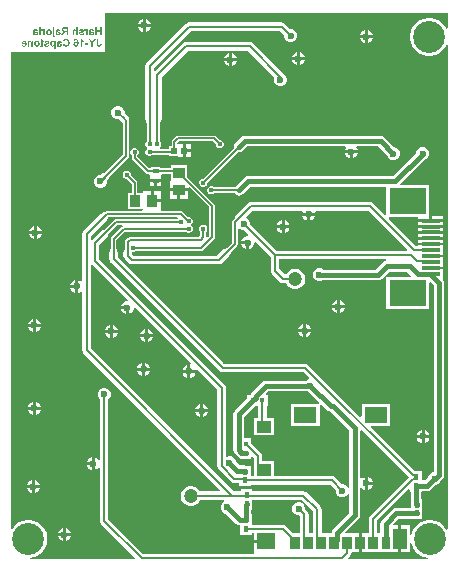
<source format=gbl>
G04*
G04 #@! TF.GenerationSoftware,Altium Limited,Altium Designer,21.6.4 (81)*
G04*
G04 Layer_Physical_Order=4*
G04 Layer_Color=16711680*
%FSLAX24Y24*%
%MOIN*%
G70*
G04*
G04 #@! TF.SameCoordinates,8E317252-C3AD-47CA-8584-9DD6DEF08156*
G04*
G04*
G04 #@! TF.FilePolarity,Positive*
G04*
G01*
G75*
%ADD13C,0.0050*%
%ADD14C,0.0100*%
%ADD26R,0.0197X0.0157*%
%ADD28R,0.0242X0.0225*%
%ADD39R,0.0630X0.0120*%
%ADD40R,0.1230X0.0880*%
%ADD41R,0.0177X0.0177*%
%ADD58C,0.0080*%
%ADD59C,0.0472*%
%ADD60C,0.0150*%
%ADD61C,0.0070*%
%ADD63C,0.1063*%
%ADD64C,0.0236*%
%ADD65C,0.0150*%
%ADD66R,0.0177X0.0197*%
%ADD67R,0.0177X0.0177*%
%ADD68R,0.0335X0.0433*%
%ADD69R,0.0610X0.0531*%
%ADD70R,0.0461X0.0709*%
%ADD71R,0.0748X0.0531*%
%ADD72R,0.0472X0.0394*%
%ADD73R,0.0295X0.0433*%
%ADD74R,0.0374X0.0413*%
%ADD75R,0.0413X0.0374*%
G36*
X26640Y53804D02*
X26590Y53794D01*
X26580Y53819D01*
X26511Y53923D01*
X26423Y54011D01*
X26319Y54080D01*
X26204Y54127D01*
X26082Y54152D01*
X25958D01*
X25836Y54127D01*
X25721Y54080D01*
X25617Y54011D01*
X25529Y53923D01*
X25460Y53819D01*
X25413Y53704D01*
X25389Y53582D01*
Y53458D01*
X25413Y53336D01*
X25460Y53221D01*
X25529Y53117D01*
X25617Y53029D01*
X25721Y52960D01*
X25836Y52913D01*
X25958Y52888D01*
X26082D01*
X26204Y52913D01*
X26319Y52960D01*
X26423Y53029D01*
X26511Y53117D01*
X26580Y53221D01*
X26590Y53246D01*
X26640Y53236D01*
Y37109D01*
X26590Y37094D01*
X26531Y37183D01*
X26443Y37271D01*
X26339Y37340D01*
X26224Y37387D01*
X26102Y37411D01*
X25978D01*
X25856Y37387D01*
X25741Y37340D01*
X25637Y37271D01*
X25549Y37183D01*
X25480Y37079D01*
X25433Y36964D01*
X25423Y36916D01*
X25373Y36921D01*
Y37241D01*
X25093D01*
Y36787D01*
Y36333D01*
X25373D01*
Y36639D01*
X25423Y36644D01*
X25433Y36596D01*
X25480Y36481D01*
X25549Y36377D01*
X25637Y36289D01*
X25741Y36220D01*
X25856Y36173D01*
X25970Y36150D01*
X25965Y36100D01*
X23332D01*
X23313Y36146D01*
X23388Y36221D01*
X23419Y36267D01*
X23430Y36322D01*
X23478Y36333D01*
X23670D01*
Y36649D01*
Y36966D01*
X23243D01*
X23224Y37012D01*
X23666Y37454D01*
X23705Y37512D01*
X23718Y37580D01*
Y38462D01*
X23768Y38483D01*
X23796Y38455D01*
X23870Y38425D01*
Y38640D01*
Y38855D01*
X23796Y38825D01*
X23768Y38797D01*
X23718Y38818D01*
Y40390D01*
X23765Y40409D01*
X25335Y38838D01*
X24052Y37555D01*
X24021Y37508D01*
X24010Y37454D01*
X24010Y37454D01*
Y36966D01*
X23770D01*
Y36649D01*
Y36333D01*
X24993D01*
Y36787D01*
Y37241D01*
X24839D01*
X24820Y37287D01*
X24986Y37454D01*
X25411D01*
Y37434D01*
X25789D01*
Y37887D01*
X25792Y37904D01*
X25789Y37921D01*
Y38126D01*
X25758D01*
Y38354D01*
X25769D01*
Y38374D01*
X25949D01*
X26017Y38388D01*
X26075Y38426D01*
X26211Y38562D01*
X26243D01*
X26324Y38595D01*
X26385Y38656D01*
X26418Y38737D01*
Y38746D01*
X26471Y38799D01*
X26510Y38857D01*
X26523Y38925D01*
X26523Y38925D01*
Y45315D01*
X26523Y45315D01*
X26510Y45383D01*
X26493Y45409D01*
X26495Y45458D01*
X26495Y45458D01*
Y45655D01*
Y45779D01*
X26080D01*
Y45852D01*
X26495D01*
Y46049D01*
Y46173D01*
X26080D01*
Y46246D01*
X26495D01*
Y46444D01*
Y46567D01*
X25665D01*
Y46549D01*
X25578D01*
X24673Y47454D01*
X24692Y47500D01*
X25665D01*
Y47442D01*
X26030D01*
Y47551D01*
X26015D01*
Y48580D01*
X25078D01*
X25059Y48626D01*
X25834Y49402D01*
X25843D01*
X25924Y49435D01*
X25985Y49496D01*
X26018Y49577D01*
Y49663D01*
X25985Y49744D01*
X25924Y49805D01*
X25843Y49838D01*
X25757D01*
X25676Y49805D01*
X25615Y49744D01*
X25582Y49663D01*
Y49654D01*
X24806Y48878D01*
X19984D01*
X19916Y48865D01*
X19858Y48826D01*
X19558Y48526D01*
X19538Y48497D01*
X18854D01*
X18836Y48514D01*
X18787Y48535D01*
X18733D01*
X18684Y48514D01*
X18646Y48476D01*
X18625Y48427D01*
Y48373D01*
X18646Y48324D01*
X18684Y48286D01*
X18733Y48265D01*
X18787D01*
X18836Y48286D01*
X18854Y48303D01*
X19538D01*
X19558Y48274D01*
X19616Y48235D01*
X19684Y48222D01*
X19752Y48235D01*
X19810Y48274D01*
X20058Y48522D01*
X24585D01*
Y47607D01*
X24539Y47588D01*
X24158Y47969D01*
X24112Y48000D01*
X24057Y48011D01*
X24057Y48011D01*
X20066D01*
X20012Y48000D01*
X19966Y47969D01*
X19966Y47969D01*
X19583Y47587D01*
X19552Y47540D01*
X19541Y47486D01*
X19542Y47481D01*
X19471Y47410D01*
X19450Y47378D01*
X19443Y47341D01*
Y46647D01*
X19266Y46470D01*
X19261Y46471D01*
X19207Y46460D01*
X19160Y46429D01*
X18954Y46223D01*
X16173D01*
X16113Y46283D01*
X16120Y46332D01*
X16157Y46346D01*
X16168D01*
X16218Y46366D01*
X16235Y46384D01*
X18420D01*
X18457Y46391D01*
X18489Y46412D01*
X18848Y46772D01*
X18869Y46803D01*
X18877Y46840D01*
Y47885D01*
X18869Y47922D01*
X18848Y47954D01*
X17947Y48856D01*
Y49232D01*
X17413D01*
Y49132D01*
X17058D01*
Y49174D01*
X16742D01*
Y49132D01*
X16685D01*
X16297Y49520D01*
Y49586D01*
X16314Y49604D01*
X16335Y49653D01*
Y49707D01*
X16314Y49756D01*
X16276Y49794D01*
X16227Y49815D01*
X16173D01*
X16124Y49794D01*
X16086Y49756D01*
X16065Y49707D01*
Y49653D01*
X16086Y49604D01*
X16103Y49586D01*
Y49480D01*
X16111Y49443D01*
X16132Y49412D01*
X16577Y48967D01*
X16608Y48946D01*
X16645Y48938D01*
X16676D01*
X16702Y48899D01*
Y48770D01*
X16900D01*
X17098D01*
Y48899D01*
X17124Y48938D01*
X17413D01*
Y48739D01*
X17382Y48702D01*
X17373D01*
Y48465D01*
X17680D01*
X17987D01*
Y48477D01*
X18033Y48496D01*
X18683Y47845D01*
Y46880D01*
X18639Y46835D01*
X18601Y46851D01*
X18591Y46859D01*
Y47026D01*
X18609Y47043D01*
X18629Y47093D01*
Y47146D01*
X18609Y47196D01*
X18571Y47234D01*
X18522Y47254D01*
X18468D01*
X18418Y47234D01*
X18381Y47196D01*
X18360Y47146D01*
Y47093D01*
X18381Y47043D01*
X18398Y47026D01*
Y46895D01*
X18360Y46857D01*
X16065D01*
X16028Y46849D01*
X15997Y46828D01*
X15898Y46730D01*
X15877Y46699D01*
X15870Y46662D01*
Y46432D01*
X15866Y46429D01*
X15835Y46383D01*
X15824Y46328D01*
Y46227D01*
X15824Y46227D01*
X15835Y46173D01*
X15866Y46126D01*
X16013Y45979D01*
X16013Y45979D01*
X16059Y45948D01*
X16114Y45937D01*
X16114Y45937D01*
X19013D01*
X19013Y45937D01*
X19068Y45948D01*
X19114Y45979D01*
X19362Y46227D01*
X19393Y46274D01*
X19404Y46328D01*
X19403Y46333D01*
X19608Y46538D01*
X19629Y46570D01*
X19637Y46607D01*
Y47104D01*
X19687Y47125D01*
X19716Y47095D01*
X19797Y47062D01*
X19856D01*
X19990Y46928D01*
X19969Y46878D01*
X19937D01*
X19856Y46845D01*
X19795Y46784D01*
X19765Y46710D01*
X19980D01*
Y46660D01*
X20030D01*
Y46445D01*
X20104Y46475D01*
X20165Y46536D01*
X20198Y46617D01*
Y46649D01*
X20248Y46670D01*
X20737Y46181D01*
Y45720D01*
X20737Y45720D01*
X20748Y45665D01*
X20779Y45619D01*
X21048Y45350D01*
X21048Y45350D01*
X21094Y45319D01*
X21149Y45308D01*
X21248D01*
X21285Y45245D01*
X21347Y45182D01*
X21424Y45138D01*
X21509Y45115D01*
X21598D01*
X21683Y45138D01*
X21760Y45182D01*
X21823Y45245D01*
X21867Y45321D01*
X21890Y45407D01*
Y45495D01*
X21867Y45581D01*
X21823Y45657D01*
X21760Y45720D01*
X21683Y45764D01*
X21598Y45787D01*
X21509D01*
X21424Y45764D01*
X21347Y45720D01*
X21285Y45657D01*
X21254Y45604D01*
X21202Y45600D01*
X21023Y45779D01*
Y46097D01*
X24584D01*
X24589Y46047D01*
X24539Y46037D01*
X24481Y45999D01*
X24241Y45758D01*
X22490D01*
X22484Y45765D01*
X22403Y45798D01*
X22317D01*
X22236Y45765D01*
X22175Y45704D01*
X22142Y45623D01*
Y45537D01*
X22175Y45456D01*
X22236Y45395D01*
X22317Y45362D01*
X22403D01*
X22484Y45395D01*
X22490Y45402D01*
X24315D01*
X24383Y45415D01*
X24441Y45454D01*
X24681Y45694D01*
X25294D01*
X25431Y45556D01*
X25412Y45510D01*
X24585D01*
Y44430D01*
X26015D01*
Y45327D01*
X26061Y45346D01*
X26167Y45241D01*
Y38999D01*
X26166Y38998D01*
X26157D01*
X26076Y38965D01*
X26015Y38904D01*
X25992Y38848D01*
X25875Y38731D01*
X25769D01*
Y39046D01*
X25545D01*
X25531Y39049D01*
X25531Y39049D01*
X25528D01*
X24078Y40499D01*
X24097Y40545D01*
X24720D01*
Y41277D01*
X23772D01*
Y40871D01*
X23725Y40852D01*
X21996Y42581D01*
X21950Y42612D01*
X21895Y42623D01*
X21895Y42623D01*
X19199D01*
X15643Y46179D01*
Y46328D01*
X15632Y46383D01*
X15601Y46429D01*
X15597Y46432D01*
Y46740D01*
X15880Y47023D01*
X17906D01*
X17924Y47006D01*
X17973Y46985D01*
X18027D01*
X18076Y47006D01*
X18114Y47044D01*
X18135Y47093D01*
Y47147D01*
X18114Y47196D01*
X18092Y47218D01*
X18082Y47250D01*
X18092Y47282D01*
X18114Y47304D01*
X18135Y47353D01*
Y47407D01*
X18114Y47456D01*
X18076Y47494D01*
X18027Y47515D01*
X17999D01*
X17825Y47688D01*
X17794Y47709D01*
X17757Y47717D01*
X17105D01*
X17072Y47753D01*
X17072Y47767D01*
Y48010D01*
X16785D01*
Y48060D01*
X16735D01*
Y48367D01*
X16498D01*
Y48358D01*
X16461Y48327D01*
X16448Y48327D01*
X16297D01*
Y48660D01*
X16289Y48697D01*
X16268Y48728D01*
X16075Y48922D01*
Y48947D01*
X16054Y48996D01*
X16016Y49034D01*
X15967Y49055D01*
X15913D01*
X15864Y49034D01*
X15826Y48996D01*
X15805Y48947D01*
Y48893D01*
X15826Y48844D01*
X15864Y48806D01*
X15913Y48785D01*
X15938D01*
X16103Y48620D01*
Y48327D01*
X15968D01*
Y47793D01*
X16448D01*
X16461Y47793D01*
X16467Y47789D01*
X16468Y47766D01*
X16422Y47717D01*
X15280D01*
X15243Y47709D01*
X15212Y47688D01*
X15189Y47666D01*
X15184Y47667D01*
X15129Y47656D01*
X15083Y47625D01*
X14499Y47041D01*
X14468Y46995D01*
X14457Y46940D01*
X14457Y46940D01*
Y45397D01*
X14411Y45377D01*
X14404Y45385D01*
X14330Y45415D01*
Y45200D01*
Y44985D01*
X14404Y45015D01*
X14411Y45023D01*
X14457Y45003D01*
Y43080D01*
X14457Y43080D01*
X14468Y43025D01*
X14499Y42979D01*
X19062Y38417D01*
X19042Y38370D01*
X18370D01*
X18343Y38417D01*
X18280Y38480D01*
X18203Y38524D01*
X18118Y38547D01*
X18029D01*
X17944Y38524D01*
X17867Y38480D01*
X17805Y38417D01*
X17760Y38341D01*
X17737Y38255D01*
Y38167D01*
X17760Y38081D01*
X17805Y38005D01*
X17867Y37942D01*
X17944Y37898D01*
X18029Y37875D01*
X18118D01*
X18203Y37898D01*
X18280Y37942D01*
X18343Y38005D01*
X18387Y38081D01*
X18388Y38085D01*
X19198D01*
X19208Y38035D01*
X19161Y38015D01*
X19100Y37954D01*
X19067Y37874D01*
Y37787D01*
X19100Y37707D01*
X19161Y37646D01*
X19241Y37612D01*
X19251D01*
X19582Y37281D01*
X19582Y37281D01*
X19639Y37243D01*
X19708Y37229D01*
X19731D01*
Y36914D01*
X20109D01*
Y36970D01*
X20181D01*
Y36748D01*
X20586D01*
Y36648D01*
X20181D01*
Y36333D01*
X20181D01*
X20171Y36287D01*
X16495D01*
X15331Y37451D01*
Y41436D01*
X15373Y41478D01*
X15407Y41558D01*
Y41645D01*
X15373Y41725D01*
X15312Y41786D01*
X15232Y41819D01*
X15145D01*
X15065Y41786D01*
X15004Y41725D01*
X14970Y41645D01*
Y41558D01*
X15004Y41478D01*
X15046Y41436D01*
Y39428D01*
X15039Y39424D01*
X14996Y39413D01*
X14944Y39465D01*
X14870Y39495D01*
Y39280D01*
Y39065D01*
X14944Y39095D01*
X14996Y39147D01*
X15039Y39136D01*
X15046Y39132D01*
Y37392D01*
X15046Y37392D01*
X15057Y37337D01*
X15087Y37291D01*
X16232Y36146D01*
X16213Y36100D01*
X12735D01*
X12730Y36150D01*
X12844Y36173D01*
X12959Y36220D01*
X13063Y36289D01*
X13151Y36377D01*
X13220Y36481D01*
X13267Y36596D01*
X13291Y36718D01*
Y36842D01*
X13267Y36964D01*
X13220Y37079D01*
X13151Y37183D01*
X13063Y37271D01*
X12959Y37340D01*
X12844Y37387D01*
X12722Y37411D01*
X12598D01*
X12476Y37387D01*
X12361Y37340D01*
X12257Y37271D01*
X12169Y37183D01*
X12130Y37123D01*
X12080Y37139D01*
Y53020D01*
X15200D01*
Y54300D01*
X26640D01*
Y53804D01*
D02*
G37*
G36*
X25294Y46429D02*
X25275Y46383D01*
X20939D01*
X20058Y47264D01*
Y47323D01*
X20025Y47404D01*
X19964Y47465D01*
X19936Y47477D01*
X19926Y47526D01*
X20126Y47725D01*
X21777D01*
X21804Y47684D01*
X21795Y47660D01*
X22225D01*
X22216Y47684D01*
X22243Y47725D01*
X23998D01*
X25294Y46429D01*
D02*
G37*
G36*
X17643Y47473D02*
X17624Y47453D01*
X15596D01*
X15559Y47446D01*
X15528Y47425D01*
X15189Y47086D01*
X15184Y47087D01*
X15129Y47076D01*
X15083Y47045D01*
X14793Y46755D01*
X14743Y46774D01*
Y46881D01*
X15285Y47423D01*
X15316Y47469D01*
X15327Y47523D01*
X17621D01*
X17643Y47473D01*
D02*
G37*
G36*
X21936Y41695D02*
X22017Y41662D01*
X22026D01*
X22361Y41327D01*
X22340Y41277D01*
X22333Y41277D01*
X22333Y41277D01*
X22331Y41277D01*
X21421D01*
Y40545D01*
X22369D01*
X22369Y41239D01*
Y41240D01*
Y41240D01*
X22369Y41248D01*
X22382Y41253D01*
X22419Y41268D01*
X22607Y41081D01*
X22607Y41081D01*
X22665Y41042D01*
X22729Y41029D01*
X23362Y40396D01*
Y38497D01*
X23312Y38487D01*
X23305Y38504D01*
X23244Y38565D01*
X23163Y38598D01*
X23104D01*
X22869Y38833D01*
X22822Y38864D01*
X22768Y38875D01*
X22768Y38875D01*
X20853D01*
Y39367D01*
X20464D01*
Y39540D01*
X20453Y39595D01*
X20422Y39641D01*
X20422Y39641D01*
X20131Y39932D01*
X20120Y39939D01*
X20089Y39971D01*
Y40146D01*
X19855D01*
Y40857D01*
X20209Y41211D01*
X20317D01*
Y40824D01*
X20181D01*
Y40230D01*
X20853D01*
Y40824D01*
X20603D01*
Y41211D01*
X20649D01*
Y41589D01*
X20598D01*
X20579Y41635D01*
X20646Y41702D01*
X21930D01*
X21936Y41695D01*
D02*
G37*
G36*
X15804Y47210D02*
X15803Y47209D01*
X15772Y47188D01*
X15432Y46848D01*
X15411Y46817D01*
X15403Y46780D01*
Y46432D01*
X15399Y46429D01*
X15368Y46383D01*
X15357Y46328D01*
Y46120D01*
X15357Y46120D01*
X15368Y46065D01*
X15399Y46019D01*
X19039Y42379D01*
X19039Y42379D01*
X19085Y42348D01*
X19140Y42337D01*
X21836D01*
X22029Y42144D01*
X22008Y42095D01*
X21936Y42065D01*
X21930Y42058D01*
X20572D01*
X20504Y42045D01*
X20446Y42006D01*
X20446Y42006D01*
X20110Y41671D01*
X20072Y41613D01*
X20067Y41589D01*
X19956D01*
Y41464D01*
X19550Y41058D01*
X19512Y41000D01*
X19498Y40931D01*
Y39744D01*
X19512Y39676D01*
X19550Y39618D01*
X19638Y39530D01*
X19696Y39491D01*
X19711Y39488D01*
Y39454D01*
X20089D01*
Y39505D01*
X20135Y39524D01*
X20178Y39481D01*
Y39227D01*
X20178Y39227D01*
X20181Y39213D01*
Y38875D01*
X20069D01*
Y39226D01*
X19884D01*
X19866Y39229D01*
X19703D01*
X19578Y39354D01*
Y39363D01*
X19545Y39444D01*
X19484Y39505D01*
X19403Y39538D01*
X19317D01*
X19286Y39526D01*
X19245Y39553D01*
Y41818D01*
X19245Y41818D01*
X19234Y41873D01*
X19203Y41919D01*
X19203Y41919D01*
X15023Y46099D01*
Y46581D01*
X15285Y46843D01*
X15316Y46889D01*
X15327Y46944D01*
X15326Y46949D01*
X15636Y47260D01*
X15799D01*
X15804Y47210D01*
D02*
G37*
G36*
X25391Y38425D02*
Y38354D01*
X25402D01*
Y37957D01*
X25411Y37908D01*
Y37811D01*
X24912D01*
X24844Y37797D01*
X24786Y37759D01*
X24786Y37759D01*
X24445Y37417D01*
X24406Y37359D01*
X24393Y37291D01*
Y36966D01*
X24296D01*
Y37395D01*
X25345Y38444D01*
X25391Y38425D01*
D02*
G37*
G36*
X15970Y44748D02*
X15949Y44698D01*
X15917D01*
X15836Y44665D01*
X15775Y44604D01*
X15745Y44530D01*
X15960D01*
Y44480D01*
X16010D01*
Y44265D01*
X16084Y44295D01*
X16145Y44356D01*
X16178Y44437D01*
Y44469D01*
X16228Y44490D01*
X18088Y42630D01*
X18065Y42596D01*
Y42420D01*
X18242D01*
X18275Y42443D01*
X18959Y41759D01*
Y39213D01*
X18959Y39213D01*
X18970Y39158D01*
X19001Y39112D01*
X19423Y38690D01*
X19423Y38690D01*
X19470Y38659D01*
X19524Y38648D01*
X19524Y38648D01*
X19691D01*
Y38534D01*
X20069D01*
Y38590D01*
X22709D01*
X22902Y38396D01*
Y38337D01*
X22935Y38256D01*
X22996Y38195D01*
X23077Y38162D01*
X23163D01*
X23244Y38195D01*
X23305Y38256D01*
X23312Y38273D01*
X23362Y38263D01*
Y37654D01*
X22820Y37112D01*
X22781Y37054D01*
X22768Y36986D01*
Y36966D01*
X22436D01*
Y37767D01*
X22436Y37767D01*
X22425Y37821D01*
X22394Y37868D01*
X22394Y37868D01*
X21933Y38329D01*
X21887Y38360D01*
X21832Y38370D01*
X21832Y38370D01*
X20129D01*
Y38434D01*
X19751D01*
Y38370D01*
X19511D01*
X14743Y43139D01*
Y45906D01*
X14793Y45925D01*
X15970Y44748D01*
D02*
G37*
G36*
X22151Y37707D02*
Y36966D01*
X22003D01*
Y37600D01*
X22003Y37600D01*
X21992Y37654D01*
X21961Y37701D01*
X21961Y37701D01*
X21898Y37764D01*
Y37823D01*
X21865Y37904D01*
X21804Y37965D01*
X21723Y37998D01*
X21637D01*
X21556Y37965D01*
X21495Y37904D01*
X21462Y37823D01*
Y37737D01*
X21495Y37656D01*
X21556Y37595D01*
X21637Y37562D01*
X21696D01*
X21718Y37541D01*
Y36966D01*
X21489D01*
X21241Y37213D01*
X21195Y37244D01*
X21141Y37255D01*
X21141Y37255D01*
X20109D01*
Y37606D01*
X20095D01*
Y37742D01*
X20129D01*
Y38037D01*
Y38085D01*
X21773D01*
X22151Y37707D01*
D02*
G37*
G36*
X13530Y53789D02*
X13481D01*
Y53835D01*
X13530D01*
Y53789D01*
D02*
G37*
G36*
X13072D02*
X13023D01*
Y53835D01*
X13072D01*
Y53789D01*
D02*
G37*
G36*
X14306Y53579D02*
X14256D01*
Y53671D01*
X14256Y53680D01*
X14256Y53687D01*
X14255Y53693D01*
X14254Y53698D01*
X14253Y53702D01*
X14253Y53704D01*
X14252Y53706D01*
Y53707D01*
X14250Y53711D01*
X14248Y53714D01*
X14246Y53717D01*
X14243Y53720D01*
X14241Y53722D01*
X14239Y53723D01*
X14238Y53724D01*
X14238Y53724D01*
X14234Y53727D01*
X14231Y53728D01*
X14227Y53729D01*
X14223Y53730D01*
X14221Y53730D01*
X14218Y53731D01*
X14216D01*
X14212Y53730D01*
X14209Y53730D01*
X14206Y53729D01*
X14203Y53728D01*
X14201Y53727D01*
X14199Y53727D01*
X14199Y53726D01*
X14198Y53726D01*
X14196Y53724D01*
X14194Y53722D01*
X14191Y53718D01*
X14190Y53716D01*
X14189Y53715D01*
X14188Y53714D01*
Y53713D01*
X14188Y53711D01*
X14187Y53710D01*
X14186Y53704D01*
X14186Y53698D01*
X14186Y53692D01*
X14185Y53686D01*
Y53683D01*
Y53681D01*
Y53679D01*
Y53677D01*
Y53677D01*
Y53676D01*
Y53579D01*
X14136D01*
Y53687D01*
Y53696D01*
X14137Y53704D01*
X14137Y53710D01*
X14137Y53715D01*
X14138Y53719D01*
X14138Y53722D01*
X14139Y53724D01*
Y53724D01*
X14140Y53728D01*
X14141Y53733D01*
X14143Y53736D01*
X14145Y53740D01*
X14146Y53742D01*
X14147Y53744D01*
X14148Y53745D01*
X14148Y53746D01*
X14151Y53749D01*
X14155Y53752D01*
X14158Y53755D01*
X14161Y53757D01*
X14164Y53759D01*
X14167Y53761D01*
X14168Y53761D01*
X14169Y53762D01*
X14174Y53764D01*
X14180Y53765D01*
X14185Y53767D01*
X14189Y53768D01*
X14194Y53768D01*
X14197Y53768D01*
X14200D01*
X14206Y53768D01*
X14212Y53767D01*
X14217Y53766D01*
X14222Y53764D01*
X14232Y53760D01*
X14236Y53757D01*
X14240Y53754D01*
X14244Y53751D01*
X14247Y53749D01*
X14250Y53747D01*
X14252Y53744D01*
X14254Y53742D01*
X14255Y53741D01*
X14256Y53740D01*
X14256Y53740D01*
Y53835D01*
X14306D01*
Y53579D01*
D02*
G37*
G36*
X15100D02*
X15048D01*
Y53691D01*
X14947D01*
Y53579D01*
X14895D01*
Y53835D01*
X14947D01*
Y53734D01*
X15048D01*
Y53835D01*
X15100D01*
Y53579D01*
D02*
G37*
G36*
X14783Y53768D02*
X14788Y53767D01*
X14794Y53766D01*
X14799Y53765D01*
X14803Y53764D01*
X14807Y53763D01*
X14811Y53762D01*
X14814Y53761D01*
X14817Y53759D01*
X14819Y53758D01*
X14821Y53757D01*
X14823Y53756D01*
X14824Y53756D01*
X14824Y53755D01*
X14825D01*
X14831Y53750D01*
X14836Y53743D01*
X14841Y53737D01*
X14844Y53730D01*
X14847Y53724D01*
X14848Y53722D01*
X14849Y53720D01*
X14850Y53718D01*
X14850Y53716D01*
X14850Y53715D01*
Y53715D01*
X14806Y53707D01*
X14804Y53711D01*
X14803Y53715D01*
X14801Y53718D01*
X14798Y53721D01*
X14797Y53723D01*
X14795Y53724D01*
X14795Y53725D01*
X14794Y53725D01*
X14791Y53727D01*
X14788Y53728D01*
X14784Y53729D01*
X14781Y53730D01*
X14778Y53730D01*
X14776Y53731D01*
X14774D01*
X14767Y53730D01*
X14761Y53730D01*
X14757Y53729D01*
X14753Y53728D01*
X14751Y53726D01*
X14749Y53725D01*
X14748Y53725D01*
X14747Y53724D01*
X14745Y53722D01*
X14743Y53719D01*
X14742Y53715D01*
X14741Y53712D01*
X14740Y53709D01*
X14740Y53706D01*
Y53705D01*
Y53704D01*
Y53699D01*
X14743Y53698D01*
X14746Y53697D01*
X14753Y53695D01*
X14761Y53693D01*
X14769Y53691D01*
X14776Y53689D01*
X14780Y53688D01*
X14783Y53688D01*
X14785Y53688D01*
X14787Y53687D01*
X14788Y53687D01*
X14788D01*
X14797Y53685D01*
X14805Y53683D01*
X14812Y53681D01*
X14817Y53680D01*
X14822Y53678D01*
X14825Y53677D01*
X14827Y53676D01*
X14827Y53676D01*
X14832Y53673D01*
X14836Y53670D01*
X14840Y53667D01*
X14842Y53664D01*
X14845Y53661D01*
X14847Y53659D01*
X14848Y53657D01*
X14848Y53657D01*
X14851Y53652D01*
X14852Y53647D01*
X14854Y53643D01*
X14854Y53638D01*
X14855Y53634D01*
X14855Y53631D01*
Y53630D01*
Y53629D01*
X14855Y53624D01*
X14855Y53620D01*
X14853Y53613D01*
X14850Y53606D01*
X14847Y53600D01*
X14844Y53596D01*
X14842Y53593D01*
X14840Y53590D01*
X14839Y53590D01*
Y53590D01*
X14832Y53584D01*
X14825Y53581D01*
X14818Y53578D01*
X14810Y53576D01*
X14804Y53575D01*
X14801Y53575D01*
X14799D01*
X14797Y53575D01*
X14794D01*
X14788Y53575D01*
X14782Y53576D01*
X14777Y53576D01*
X14773Y53577D01*
X14769Y53579D01*
X14766Y53580D01*
X14764Y53580D01*
X14763Y53580D01*
X14758Y53583D01*
X14753Y53586D01*
X14749Y53589D01*
X14744Y53592D01*
X14741Y53594D01*
X14739Y53597D01*
X14737Y53598D01*
X14736Y53599D01*
X14736Y53597D01*
X14735Y53595D01*
X14735Y53594D01*
X14734Y53593D01*
Y53593D01*
X14733Y53590D01*
X14733Y53587D01*
X14732Y53584D01*
X14731Y53582D01*
X14730Y53581D01*
X14730Y53579D01*
X14730Y53579D01*
Y53579D01*
X14681D01*
X14683Y53583D01*
X14685Y53588D01*
X14687Y53592D01*
X14688Y53596D01*
X14689Y53599D01*
X14690Y53601D01*
X14690Y53603D01*
Y53603D01*
X14691Y53608D01*
X14691Y53614D01*
X14692Y53620D01*
Y53626D01*
X14692Y53631D01*
Y53635D01*
Y53637D01*
Y53638D01*
Y53639D01*
Y53639D01*
X14692Y53697D01*
Y53703D01*
X14692Y53708D01*
X14692Y53713D01*
X14693Y53717D01*
X14693Y53721D01*
X14694Y53725D01*
X14694Y53728D01*
X14695Y53731D01*
X14696Y53733D01*
X14696Y53735D01*
X14697Y53738D01*
X14698Y53740D01*
X14698Y53741D01*
X14701Y53745D01*
X14704Y53749D01*
X14708Y53752D01*
X14712Y53755D01*
X14716Y53757D01*
X14719Y53759D01*
X14720Y53760D01*
X14721Y53760D01*
X14721D01*
X14724Y53762D01*
X14728Y53763D01*
X14736Y53765D01*
X14744Y53767D01*
X14751Y53767D01*
X14759Y53768D01*
X14762D01*
X14764Y53768D01*
X14777D01*
X14783Y53768D01*
D02*
G37*
G36*
X13669D02*
X13675Y53767D01*
X13680Y53766D01*
X13685Y53765D01*
X13690Y53764D01*
X13694Y53763D01*
X13697Y53762D01*
X13700Y53761D01*
X13703Y53759D01*
X13705Y53758D01*
X13708Y53757D01*
X13709Y53756D01*
X13710Y53756D01*
X13711Y53755D01*
X13711D01*
X13717Y53750D01*
X13722Y53743D01*
X13727Y53737D01*
X13731Y53730D01*
X13733Y53724D01*
X13734Y53722D01*
X13735Y53720D01*
X13736Y53718D01*
X13736Y53716D01*
X13737Y53715D01*
Y53715D01*
X13693Y53707D01*
X13691Y53711D01*
X13689Y53715D01*
X13687Y53718D01*
X13685Y53721D01*
X13683Y53723D01*
X13682Y53724D01*
X13681Y53725D01*
X13681Y53725D01*
X13678Y53727D01*
X13674Y53728D01*
X13671Y53729D01*
X13667Y53730D01*
X13664Y53730D01*
X13662Y53731D01*
X13660D01*
X13653Y53730D01*
X13648Y53730D01*
X13643Y53729D01*
X13640Y53728D01*
X13637Y53726D01*
X13635Y53725D01*
X13634Y53725D01*
X13634Y53724D01*
X13631Y53722D01*
X13629Y53719D01*
X13628Y53715D01*
X13627Y53712D01*
X13627Y53709D01*
X13626Y53706D01*
Y53705D01*
Y53704D01*
Y53699D01*
X13629Y53698D01*
X13632Y53697D01*
X13639Y53695D01*
X13647Y53693D01*
X13655Y53691D01*
X13663Y53689D01*
X13666Y53688D01*
X13669Y53688D01*
X13671Y53688D01*
X13673Y53687D01*
X13674Y53687D01*
X13674D01*
X13683Y53685D01*
X13691Y53683D01*
X13698Y53681D01*
X13704Y53680D01*
X13708Y53678D01*
X13711Y53677D01*
X13713Y53676D01*
X13714Y53676D01*
X13718Y53673D01*
X13722Y53670D01*
X13726Y53667D01*
X13729Y53664D01*
X13731Y53661D01*
X13733Y53659D01*
X13734Y53657D01*
X13734Y53657D01*
X13737Y53652D01*
X13739Y53647D01*
X13740Y53643D01*
X13741Y53638D01*
X13741Y53634D01*
X13742Y53631D01*
Y53630D01*
Y53629D01*
X13741Y53624D01*
X13741Y53620D01*
X13739Y53613D01*
X13737Y53606D01*
X13734Y53600D01*
X13731Y53596D01*
X13728Y53593D01*
X13726Y53590D01*
X13725Y53590D01*
Y53590D01*
X13719Y53584D01*
X13711Y53581D01*
X13704Y53578D01*
X13697Y53576D01*
X13690Y53575D01*
X13687Y53575D01*
X13685D01*
X13683Y53575D01*
X13680D01*
X13674Y53575D01*
X13668Y53576D01*
X13663Y53576D01*
X13659Y53577D01*
X13655Y53579D01*
X13652Y53580D01*
X13650Y53580D01*
X13650Y53580D01*
X13644Y53583D01*
X13639Y53586D01*
X13635Y53589D01*
X13631Y53592D01*
X13627Y53594D01*
X13625Y53597D01*
X13623Y53598D01*
X13623Y53599D01*
X13622Y53597D01*
X13621Y53595D01*
X13621Y53594D01*
X13621Y53593D01*
Y53593D01*
X13620Y53590D01*
X13619Y53587D01*
X13618Y53584D01*
X13617Y53582D01*
X13617Y53581D01*
X13616Y53579D01*
X13616Y53579D01*
Y53579D01*
X13567D01*
X13570Y53583D01*
X13572Y53588D01*
X13573Y53592D01*
X13574Y53596D01*
X13575Y53599D01*
X13576Y53601D01*
X13576Y53603D01*
Y53603D01*
X13577Y53608D01*
X13577Y53614D01*
X13578Y53620D01*
Y53626D01*
X13579Y53631D01*
Y53635D01*
Y53637D01*
Y53638D01*
Y53639D01*
Y53639D01*
X13578Y53697D01*
Y53703D01*
X13578Y53708D01*
X13579Y53713D01*
X13579Y53717D01*
X13579Y53721D01*
X13580Y53725D01*
X13580Y53728D01*
X13581Y53731D01*
X13582Y53733D01*
X13582Y53735D01*
X13583Y53738D01*
X13584Y53740D01*
X13584Y53741D01*
X13587Y53745D01*
X13591Y53749D01*
X13594Y53752D01*
X13599Y53755D01*
X13602Y53757D01*
X13605Y53759D01*
X13607Y53760D01*
X13607Y53760D01*
X13607D01*
X13611Y53762D01*
X13614Y53763D01*
X13622Y53765D01*
X13630Y53767D01*
X13638Y53767D01*
X13645Y53768D01*
X13648D01*
X13651Y53768D01*
X13663D01*
X13669Y53768D01*
D02*
G37*
G36*
X12913D02*
X12919Y53767D01*
X12924Y53766D01*
X12929Y53765D01*
X12934Y53764D01*
X12938Y53763D01*
X12941Y53762D01*
X12944Y53761D01*
X12947Y53759D01*
X12950Y53758D01*
X12952Y53757D01*
X12953Y53756D01*
X12954Y53756D01*
X12955Y53755D01*
X12955D01*
X12961Y53750D01*
X12967Y53743D01*
X12971Y53737D01*
X12975Y53730D01*
X12977Y53724D01*
X12978Y53722D01*
X12979Y53720D01*
X12980Y53718D01*
X12980Y53716D01*
X12981Y53715D01*
Y53715D01*
X12937Y53707D01*
X12935Y53711D01*
X12933Y53715D01*
X12931Y53718D01*
X12929Y53721D01*
X12927Y53723D01*
X12926Y53724D01*
X12925Y53725D01*
X12925Y53725D01*
X12922Y53727D01*
X12918Y53728D01*
X12915Y53729D01*
X12911Y53730D01*
X12908Y53730D01*
X12906Y53731D01*
X12904D01*
X12897Y53730D01*
X12892Y53730D01*
X12887Y53729D01*
X12884Y53728D01*
X12881Y53726D01*
X12879Y53725D01*
X12878Y53725D01*
X12878Y53724D01*
X12875Y53722D01*
X12873Y53719D01*
X12872Y53715D01*
X12871Y53712D01*
X12871Y53709D01*
X12870Y53706D01*
Y53705D01*
Y53704D01*
Y53699D01*
X12873Y53698D01*
X12876Y53697D01*
X12883Y53695D01*
X12891Y53693D01*
X12899Y53691D01*
X12907Y53689D01*
X12910Y53688D01*
X12913Y53688D01*
X12915Y53688D01*
X12917Y53687D01*
X12918Y53687D01*
X12918D01*
X12927Y53685D01*
X12936Y53683D01*
X12942Y53681D01*
X12948Y53680D01*
X12952Y53678D01*
X12955Y53677D01*
X12957Y53676D01*
X12958Y53676D01*
X12963Y53673D01*
X12967Y53670D01*
X12970Y53667D01*
X12973Y53664D01*
X12975Y53661D01*
X12977Y53659D01*
X12978Y53657D01*
X12978Y53657D01*
X12981Y53652D01*
X12983Y53647D01*
X12984Y53643D01*
X12985Y53638D01*
X12985Y53634D01*
X12986Y53631D01*
Y53630D01*
Y53629D01*
X12985Y53624D01*
X12985Y53620D01*
X12983Y53613D01*
X12981Y53606D01*
X12978Y53600D01*
X12975Y53596D01*
X12972Y53593D01*
X12970Y53590D01*
X12970Y53590D01*
Y53590D01*
X12963Y53584D01*
X12955Y53581D01*
X12948Y53578D01*
X12941Y53576D01*
X12934Y53575D01*
X12931Y53575D01*
X12929D01*
X12927Y53575D01*
X12924D01*
X12918Y53575D01*
X12913Y53576D01*
X12907Y53576D01*
X12903Y53577D01*
X12899Y53579D01*
X12896Y53580D01*
X12894Y53580D01*
X12894Y53580D01*
X12889Y53583D01*
X12883Y53586D01*
X12879Y53589D01*
X12875Y53592D01*
X12871Y53594D01*
X12869Y53597D01*
X12867Y53598D01*
X12867Y53599D01*
X12866Y53597D01*
X12866Y53595D01*
X12865Y53594D01*
X12865Y53593D01*
Y53593D01*
X12864Y53590D01*
X12863Y53587D01*
X12862Y53584D01*
X12861Y53582D01*
X12861Y53581D01*
X12860Y53579D01*
X12860Y53579D01*
Y53579D01*
X12812D01*
X12814Y53583D01*
X12816Y53588D01*
X12817Y53592D01*
X12819Y53596D01*
X12819Y53599D01*
X12820Y53601D01*
X12820Y53603D01*
Y53603D01*
X12821Y53608D01*
X12822Y53614D01*
X12822Y53620D01*
Y53626D01*
X12823Y53631D01*
Y53635D01*
Y53637D01*
Y53638D01*
Y53639D01*
Y53639D01*
X12822Y53697D01*
Y53703D01*
X12822Y53708D01*
X12823Y53713D01*
X12823Y53717D01*
X12823Y53721D01*
X12824Y53725D01*
X12824Y53728D01*
X12825Y53731D01*
X12826Y53733D01*
X12826Y53735D01*
X12827Y53738D01*
X12828Y53740D01*
X12829Y53741D01*
X12832Y53745D01*
X12835Y53749D01*
X12839Y53752D01*
X12843Y53755D01*
X12846Y53757D01*
X12849Y53759D01*
X12851Y53760D01*
X12851Y53760D01*
X12852D01*
X12855Y53762D01*
X12858Y53763D01*
X12866Y53765D01*
X12874Y53767D01*
X12882Y53767D01*
X12889Y53768D01*
X12892D01*
X12895Y53768D01*
X12907D01*
X12913Y53768D01*
D02*
G37*
G36*
X14562Y53768D02*
X14566Y53768D01*
X14570Y53767D01*
X14573Y53765D01*
X14575Y53764D01*
X14578Y53764D01*
X14579Y53763D01*
X14579Y53762D01*
X14583Y53760D01*
X14586Y53756D01*
X14590Y53752D01*
X14593Y53748D01*
X14596Y53744D01*
X14598Y53741D01*
X14599Y53738D01*
X14600Y53738D01*
Y53764D01*
X14645D01*
Y53579D01*
X14596D01*
Y53636D01*
Y53644D01*
Y53652D01*
X14596Y53659D01*
X14595Y53665D01*
Y53671D01*
X14595Y53676D01*
X14595Y53681D01*
X14594Y53684D01*
X14594Y53688D01*
X14593Y53691D01*
X14593Y53693D01*
Y53695D01*
X14593Y53696D01*
X14592Y53697D01*
Y53698D01*
X14591Y53703D01*
X14589Y53707D01*
X14587Y53711D01*
X14585Y53714D01*
X14584Y53716D01*
X14582Y53717D01*
X14582Y53718D01*
X14581Y53718D01*
X14578Y53720D01*
X14575Y53722D01*
X14572Y53723D01*
X14570Y53724D01*
X14568Y53724D01*
X14565Y53724D01*
X14564D01*
X14560Y53724D01*
X14556Y53723D01*
X14552Y53722D01*
X14548Y53720D01*
X14545Y53719D01*
X14543Y53717D01*
X14541Y53717D01*
X14541Y53716D01*
X14525Y53759D01*
X14531Y53762D01*
X14537Y53764D01*
X14542Y53766D01*
X14548Y53767D01*
X14552Y53768D01*
X14555Y53768D01*
X14558D01*
X14562Y53768D01*
D02*
G37*
G36*
X13986Y53579D02*
X13935D01*
Y53686D01*
X13918D01*
X13913Y53685D01*
X13908Y53685D01*
X13905Y53684D01*
X13902Y53684D01*
X13900Y53683D01*
X13899Y53683D01*
X13898D01*
X13895Y53681D01*
X13892Y53680D01*
X13890Y53678D01*
X13887Y53676D01*
X13885Y53674D01*
X13884Y53673D01*
X13883Y53672D01*
X13883Y53672D01*
X13881Y53670D01*
X13879Y53668D01*
X13875Y53663D01*
X13871Y53657D01*
X13866Y53650D01*
X13862Y53644D01*
X13860Y53641D01*
X13859Y53639D01*
X13857Y53637D01*
X13856Y53636D01*
X13856Y53634D01*
X13855Y53634D01*
X13818Y53579D01*
X13756D01*
X13788Y53629D01*
X13791Y53634D01*
X13794Y53639D01*
X13797Y53643D01*
X13800Y53647D01*
X13803Y53651D01*
X13805Y53655D01*
X13809Y53660D01*
X13813Y53665D01*
X13815Y53668D01*
X13817Y53670D01*
X13817Y53670D01*
X13821Y53674D01*
X13826Y53678D01*
X13831Y53682D01*
X13835Y53685D01*
X13839Y53688D01*
X13842Y53690D01*
X13844Y53691D01*
X13844Y53691D01*
X13845D01*
X13838Y53693D01*
X13833Y53694D01*
X13828Y53696D01*
X13822Y53697D01*
X13818Y53699D01*
X13814Y53701D01*
X13810Y53703D01*
X13806Y53705D01*
X13804Y53707D01*
X13801Y53709D01*
X13799Y53711D01*
X13797Y53712D01*
X13796Y53713D01*
X13795Y53714D01*
X13794Y53715D01*
X13794Y53715D01*
X13791Y53719D01*
X13788Y53723D01*
X13784Y53731D01*
X13781Y53738D01*
X13779Y53746D01*
X13778Y53753D01*
X13777Y53755D01*
Y53758D01*
X13777Y53760D01*
Y53762D01*
Y53762D01*
Y53763D01*
X13777Y53771D01*
X13779Y53779D01*
X13781Y53785D01*
X13782Y53791D01*
X13785Y53796D01*
X13786Y53800D01*
X13787Y53801D01*
X13788Y53802D01*
X13788Y53802D01*
Y53803D01*
X13793Y53809D01*
X13798Y53814D01*
X13802Y53818D01*
X13807Y53822D01*
X13812Y53824D01*
X13815Y53826D01*
X13817Y53827D01*
X13818Y53828D01*
X13818D01*
X13822Y53829D01*
X13826Y53830D01*
X13835Y53832D01*
X13845Y53833D01*
X13855Y53834D01*
X13859D01*
X13863Y53834D01*
X13868D01*
X13871Y53835D01*
X13986D01*
Y53579D01*
D02*
G37*
G36*
X13130Y53768D02*
X13134Y53768D01*
X13138Y53767D01*
X13141Y53765D01*
X13143Y53764D01*
X13146Y53764D01*
X13147Y53763D01*
X13147Y53762D01*
X13151Y53760D01*
X13154Y53756D01*
X13158Y53752D01*
X13161Y53748D01*
X13164Y53744D01*
X13166Y53741D01*
X13167Y53738D01*
X13168Y53738D01*
Y53764D01*
X13213D01*
Y53579D01*
X13164D01*
Y53636D01*
Y53644D01*
Y53652D01*
X13164Y53659D01*
X13163Y53665D01*
Y53671D01*
X13163Y53676D01*
X13163Y53681D01*
X13162Y53684D01*
X13162Y53688D01*
X13162Y53691D01*
X13161Y53693D01*
Y53695D01*
X13161Y53696D01*
X13160Y53697D01*
Y53698D01*
X13159Y53703D01*
X13157Y53707D01*
X13155Y53711D01*
X13153Y53714D01*
X13152Y53716D01*
X13150Y53717D01*
X13150Y53718D01*
X13149Y53718D01*
X13146Y53720D01*
X13143Y53722D01*
X13140Y53723D01*
X13138Y53724D01*
X13136Y53724D01*
X13133Y53724D01*
X13132D01*
X13128Y53724D01*
X13124Y53723D01*
X13120Y53722D01*
X13116Y53720D01*
X13113Y53719D01*
X13111Y53717D01*
X13109Y53717D01*
X13109Y53716D01*
X13093Y53759D01*
X13099Y53762D01*
X13105Y53764D01*
X13111Y53766D01*
X13116Y53767D01*
X13120Y53768D01*
X13123Y53768D01*
X13126D01*
X13130Y53768D01*
D02*
G37*
G36*
X13072Y53579D02*
X13023D01*
Y53764D01*
X13072D01*
Y53579D01*
D02*
G37*
G36*
X14451Y53768D02*
X14457Y53767D01*
X14463Y53766D01*
X14468Y53765D01*
X14473Y53763D01*
X14477Y53762D01*
X14481Y53760D01*
X14485Y53758D01*
X14488Y53757D01*
X14490Y53755D01*
X14492Y53754D01*
X14494Y53753D01*
X14495Y53752D01*
X14495Y53752D01*
X14496Y53752D01*
X14499Y53749D01*
X14502Y53745D01*
X14505Y53742D01*
X14507Y53738D01*
X14510Y53732D01*
X14512Y53725D01*
X14514Y53720D01*
X14514Y53717D01*
X14514Y53715D01*
X14515Y53714D01*
Y53713D01*
Y53712D01*
Y53711D01*
X14514Y53707D01*
X14514Y53702D01*
X14513Y53698D01*
X14511Y53694D01*
X14508Y53687D01*
X14504Y53681D01*
X14500Y53676D01*
X14496Y53673D01*
X14495Y53671D01*
X14494Y53670D01*
X14493Y53670D01*
X14493Y53670D01*
X14490Y53668D01*
X14485Y53666D01*
X14480Y53663D01*
X14474Y53661D01*
X14468Y53659D01*
X14462Y53657D01*
X14449Y53654D01*
X14443Y53652D01*
X14437Y53650D01*
X14432Y53649D01*
X14427Y53648D01*
X14423Y53647D01*
X14420Y53646D01*
X14418Y53646D01*
X14417D01*
X14413Y53644D01*
X14410Y53643D01*
X14407Y53642D01*
X14404Y53641D01*
X14403Y53640D01*
X14402Y53640D01*
X14401Y53639D01*
X14399Y53636D01*
X14398Y53633D01*
X14397Y53631D01*
Y53630D01*
Y53630D01*
X14398Y53627D01*
X14398Y53624D01*
X14400Y53622D01*
X14401Y53620D01*
X14402Y53619D01*
X14403Y53618D01*
X14404Y53617D01*
X14404Y53617D01*
X14408Y53614D01*
X14413Y53613D01*
X14417Y53612D01*
X14422Y53611D01*
X14426Y53610D01*
X14430Y53610D01*
X14433D01*
X14439Y53610D01*
X14444Y53611D01*
X14449Y53612D01*
X14453Y53614D01*
X14455Y53615D01*
X14458Y53616D01*
X14459Y53617D01*
X14460Y53617D01*
X14463Y53620D01*
X14465Y53624D01*
X14468Y53627D01*
X14470Y53631D01*
X14471Y53634D01*
X14471Y53637D01*
X14472Y53638D01*
Y53639D01*
X14521Y53631D01*
X14518Y53622D01*
X14514Y53614D01*
X14509Y53607D01*
X14505Y53601D01*
X14500Y53596D01*
X14496Y53593D01*
X14495Y53591D01*
X14494Y53590D01*
X14493Y53590D01*
X14493Y53590D01*
X14488Y53587D01*
X14484Y53584D01*
X14474Y53581D01*
X14464Y53578D01*
X14454Y53576D01*
X14450Y53576D01*
X14446Y53575D01*
X14442Y53575D01*
X14439D01*
X14436Y53575D01*
X14433D01*
X14425Y53575D01*
X14418Y53575D01*
X14411Y53576D01*
X14405Y53577D01*
X14400Y53579D01*
X14394Y53580D01*
X14390Y53582D01*
X14386Y53584D01*
X14382Y53585D01*
X14378Y53587D01*
X14376Y53589D01*
X14374Y53590D01*
X14372Y53591D01*
X14371Y53592D01*
X14370Y53592D01*
X14370Y53593D01*
X14366Y53596D01*
X14363Y53600D01*
X14360Y53604D01*
X14357Y53607D01*
X14355Y53611D01*
X14353Y53615D01*
X14351Y53622D01*
X14349Y53628D01*
X14349Y53630D01*
X14349Y53632D01*
X14348Y53634D01*
Y53636D01*
Y53636D01*
Y53637D01*
X14349Y53645D01*
X14351Y53652D01*
X14353Y53658D01*
X14356Y53664D01*
X14359Y53668D01*
X14361Y53671D01*
X14363Y53672D01*
X14364Y53673D01*
X14367Y53675D01*
X14370Y53678D01*
X14374Y53680D01*
X14379Y53682D01*
X14388Y53686D01*
X14397Y53689D01*
X14405Y53691D01*
X14409Y53692D01*
X14412Y53693D01*
X14415Y53694D01*
X14417Y53694D01*
X14418Y53695D01*
X14418D01*
X14425Y53697D01*
X14432Y53698D01*
X14437Y53700D01*
X14442Y53701D01*
X14447Y53702D01*
X14450Y53703D01*
X14453Y53704D01*
X14456Y53705D01*
X14458Y53706D01*
X14460Y53707D01*
X14462Y53707D01*
X14462Y53708D01*
X14464Y53708D01*
X14464Y53709D01*
X14466Y53710D01*
X14467Y53712D01*
X14468Y53715D01*
X14469Y53717D01*
Y53717D01*
Y53718D01*
X14469Y53720D01*
X14468Y53722D01*
X14466Y53725D01*
X14464Y53727D01*
X14464Y53728D01*
X14464D01*
X14460Y53730D01*
X14456Y53731D01*
X14451Y53732D01*
X14447Y53733D01*
X14443Y53733D01*
X14439Y53733D01*
X14436D01*
X14430Y53733D01*
X14425Y53733D01*
X14421Y53731D01*
X14418Y53730D01*
X14416Y53729D01*
X14414Y53728D01*
X14413Y53728D01*
X14412Y53727D01*
X14409Y53725D01*
X14407Y53723D01*
X14405Y53720D01*
X14403Y53717D01*
X14402Y53715D01*
X14401Y53713D01*
X14401Y53711D01*
Y53711D01*
X14354Y53720D01*
X14357Y53728D01*
X14361Y53735D01*
X14366Y53742D01*
X14370Y53747D01*
X14374Y53751D01*
X14377Y53754D01*
X14379Y53755D01*
X14380Y53756D01*
X14380D01*
X14384Y53758D01*
X14388Y53760D01*
X14397Y53763D01*
X14406Y53765D01*
X14415Y53767D01*
X14420Y53767D01*
X14424Y53768D01*
X14427Y53768D01*
X14430Y53768D01*
X14444D01*
X14451Y53768D01*
D02*
G37*
G36*
X13356Y53768D02*
X13365Y53767D01*
X13374Y53765D01*
X13381Y53762D01*
X13384Y53761D01*
X13387Y53760D01*
X13389Y53759D01*
X13391Y53758D01*
X13393Y53757D01*
X13394Y53757D01*
X13395Y53756D01*
X13395D01*
X13403Y53751D01*
X13410Y53745D01*
X13416Y53740D01*
X13421Y53734D01*
X13424Y53729D01*
X13427Y53725D01*
X13428Y53723D01*
X13429Y53722D01*
X13429Y53721D01*
Y53721D01*
X13434Y53713D01*
X13436Y53704D01*
X13438Y53696D01*
X13440Y53689D01*
X13441Y53683D01*
X13441Y53680D01*
Y53678D01*
X13441Y53677D01*
Y53675D01*
Y53674D01*
Y53674D01*
X13441Y53663D01*
X13439Y53652D01*
X13438Y53643D01*
X13436Y53639D01*
X13435Y53635D01*
X13434Y53631D01*
X13433Y53629D01*
X13432Y53626D01*
X13431Y53624D01*
X13431Y53622D01*
X13430Y53621D01*
X13429Y53620D01*
Y53620D01*
X13424Y53612D01*
X13419Y53605D01*
X13413Y53599D01*
X13407Y53594D01*
X13402Y53591D01*
X13398Y53588D01*
X13397Y53587D01*
X13395Y53586D01*
X13395Y53586D01*
X13394D01*
X13385Y53582D01*
X13377Y53579D01*
X13369Y53577D01*
X13361Y53576D01*
X13355Y53575D01*
X13352Y53575D01*
X13350D01*
X13348Y53575D01*
X13345D01*
X13338Y53575D01*
X13331Y53576D01*
X13324Y53577D01*
X13317Y53579D01*
X13311Y53581D01*
X13305Y53583D01*
X13300Y53586D01*
X13296Y53588D01*
X13291Y53591D01*
X13288Y53593D01*
X13284Y53596D01*
X13282Y53597D01*
X13280Y53599D01*
X13278Y53601D01*
X13277Y53602D01*
X13277Y53602D01*
X13272Y53607D01*
X13268Y53613D01*
X13264Y53619D01*
X13261Y53624D01*
X13259Y53630D01*
X13256Y53636D01*
X13254Y53642D01*
X13253Y53647D01*
X13252Y53652D01*
X13251Y53657D01*
X13250Y53661D01*
X13250Y53665D01*
X13250Y53668D01*
Y53670D01*
Y53671D01*
Y53672D01*
X13250Y53680D01*
X13251Y53687D01*
X13252Y53694D01*
X13254Y53700D01*
X13256Y53706D01*
X13258Y53712D01*
X13261Y53717D01*
X13263Y53722D01*
X13266Y53726D01*
X13268Y53730D01*
X13270Y53733D01*
X13273Y53736D01*
X13274Y53738D01*
X13276Y53740D01*
X13276Y53741D01*
X13277Y53741D01*
X13282Y53746D01*
X13287Y53750D01*
X13293Y53754D01*
X13299Y53757D01*
X13305Y53760D01*
X13310Y53762D01*
X13316Y53764D01*
X13321Y53765D01*
X13326Y53766D01*
X13331Y53767D01*
X13335Y53768D01*
X13339Y53768D01*
X13342Y53768D01*
X13346D01*
X13356Y53768D01*
D02*
G37*
G36*
X13530Y53587D02*
Y53583D01*
Y53579D01*
Y53576D01*
X13531Y53573D01*
X13531Y53569D01*
Y53565D01*
X13532Y53563D01*
X13532Y53561D01*
X13532Y53560D01*
Y53560D01*
X13534Y53557D01*
X13536Y53554D01*
X13538Y53553D01*
X13538Y53552D01*
X13539D01*
X13543Y53550D01*
X13546Y53549D01*
X13548D01*
X13550Y53549D01*
X13553D01*
X13555Y53549D01*
X13556Y53549D01*
X13556D01*
X13559Y53550D01*
X13560Y53550D01*
X13562Y53550D01*
X13563D01*
X13572Y53509D01*
X13564Y53507D01*
X13562Y53506D01*
X13559Y53506D01*
X13556Y53505D01*
X13555Y53505D01*
X13554Y53505D01*
X13553D01*
X13547Y53504D01*
X13545Y53503D01*
X13542D01*
X13540Y53503D01*
X13537D01*
X13530Y53503D01*
X13524Y53505D01*
X13518Y53506D01*
X13513Y53508D01*
X13509Y53509D01*
X13506Y53510D01*
X13505Y53511D01*
X13504Y53512D01*
X13500Y53515D01*
X13496Y53519D01*
X13493Y53522D01*
X13490Y53526D01*
X13488Y53529D01*
X13487Y53532D01*
X13486Y53534D01*
X13486Y53535D01*
X13485Y53538D01*
X13485Y53541D01*
X13483Y53548D01*
X13482Y53557D01*
X13482Y53565D01*
X13482Y53572D01*
X13481Y53576D01*
Y53579D01*
Y53581D01*
Y53583D01*
Y53584D01*
Y53584D01*
Y53764D01*
X13530D01*
Y53587D01*
D02*
G37*
G36*
X14814Y53299D02*
Y53191D01*
X14762D01*
Y53298D01*
X14669Y53447D01*
X14728D01*
X14787Y53346D01*
X14847Y53447D01*
X14908D01*
X14814Y53299D01*
D02*
G37*
G36*
X14453Y53440D02*
X14457Y53432D01*
X14462Y53425D01*
X14468Y53419D01*
X14472Y53414D01*
X14476Y53410D01*
X14478Y53409D01*
X14479Y53408D01*
X14480Y53407D01*
X14480Y53407D01*
X14488Y53401D01*
X14496Y53396D01*
X14503Y53392D01*
X14509Y53389D01*
X14514Y53387D01*
X14518Y53385D01*
X14519Y53385D01*
X14521Y53384D01*
X14521Y53384D01*
X14521D01*
Y53339D01*
X14508Y53345D01*
X14496Y53350D01*
X14491Y53353D01*
X14485Y53356D01*
X14481Y53359D01*
X14476Y53362D01*
X14472Y53365D01*
X14468Y53368D01*
X14465Y53370D01*
X14463Y53372D01*
X14461Y53374D01*
X14459Y53375D01*
X14458Y53376D01*
X14458Y53376D01*
Y53191D01*
X14409D01*
Y53449D01*
X14449D01*
X14453Y53440D01*
D02*
G37*
G36*
X14249Y53448D02*
X14256Y53447D01*
X14263Y53446D01*
X14270Y53444D01*
X14276Y53441D01*
X14282Y53439D01*
X14286Y53436D01*
X14291Y53433D01*
X14295Y53430D01*
X14299Y53427D01*
X14302Y53425D01*
X14304Y53422D01*
X14307Y53420D01*
X14308Y53419D01*
X14309Y53417D01*
X14309Y53417D01*
X14314Y53411D01*
X14318Y53404D01*
X14321Y53396D01*
X14324Y53388D01*
X14327Y53380D01*
X14329Y53371D01*
X14331Y53363D01*
X14332Y53355D01*
X14333Y53347D01*
X14334Y53339D01*
X14334Y53333D01*
X14335Y53327D01*
X14335Y53322D01*
Y53318D01*
Y53317D01*
Y53316D01*
Y53316D01*
Y53315D01*
X14335Y53303D01*
X14334Y53291D01*
X14333Y53281D01*
X14331Y53271D01*
X14329Y53262D01*
X14327Y53254D01*
X14325Y53247D01*
X14323Y53240D01*
X14320Y53234D01*
X14318Y53230D01*
X14316Y53225D01*
X14314Y53222D01*
X14313Y53220D01*
X14312Y53218D01*
X14311Y53217D01*
X14310Y53216D01*
X14306Y53211D01*
X14300Y53206D01*
X14295Y53202D01*
X14290Y53199D01*
X14285Y53196D01*
X14279Y53194D01*
X14274Y53191D01*
X14269Y53190D01*
X14264Y53189D01*
X14260Y53188D01*
X14256Y53187D01*
X14253Y53187D01*
X14250D01*
X14248Y53186D01*
X14246D01*
X14240Y53187D01*
X14233Y53187D01*
X14228Y53188D01*
X14222Y53190D01*
X14216Y53192D01*
X14212Y53194D01*
X14207Y53196D01*
X14203Y53198D01*
X14199Y53200D01*
X14196Y53203D01*
X14194Y53204D01*
X14191Y53206D01*
X14189Y53208D01*
X14188Y53209D01*
X14188Y53210D01*
X14187Y53210D01*
X14183Y53214D01*
X14179Y53220D01*
X14176Y53225D01*
X14174Y53230D01*
X14171Y53235D01*
X14169Y53240D01*
X14167Y53251D01*
X14166Y53255D01*
X14165Y53259D01*
X14165Y53263D01*
X14164Y53267D01*
X14164Y53269D01*
Y53271D01*
Y53273D01*
Y53273D01*
X14164Y53280D01*
X14165Y53286D01*
X14166Y53293D01*
X14167Y53298D01*
X14169Y53304D01*
X14171Y53309D01*
X14173Y53314D01*
X14175Y53318D01*
X14177Y53321D01*
X14179Y53325D01*
X14181Y53327D01*
X14183Y53330D01*
X14184Y53332D01*
X14185Y53333D01*
X14186Y53333D01*
X14186Y53334D01*
X14190Y53338D01*
X14195Y53342D01*
X14199Y53345D01*
X14203Y53348D01*
X14208Y53350D01*
X14212Y53352D01*
X14221Y53355D01*
X14224Y53356D01*
X14228Y53356D01*
X14231Y53357D01*
X14233Y53357D01*
X14236Y53358D01*
X14239D01*
X14244Y53357D01*
X14249Y53356D01*
X14253Y53356D01*
X14258Y53354D01*
X14265Y53351D01*
X14272Y53347D01*
X14277Y53343D01*
X14279Y53341D01*
X14281Y53339D01*
X14283Y53338D01*
X14284Y53337D01*
X14284Y53336D01*
X14285Y53336D01*
X14284Y53343D01*
X14283Y53351D01*
X14282Y53358D01*
X14281Y53363D01*
X14280Y53369D01*
X14279Y53373D01*
X14278Y53378D01*
X14276Y53381D01*
X14275Y53385D01*
X14275Y53387D01*
X14273Y53389D01*
X14273Y53391D01*
X14272Y53392D01*
X14271Y53393D01*
X14271Y53394D01*
X14267Y53399D01*
X14262Y53402D01*
X14258Y53405D01*
X14254Y53406D01*
X14250Y53407D01*
X14247Y53407D01*
X14245Y53408D01*
X14245D01*
X14240Y53407D01*
X14236Y53407D01*
X14233Y53406D01*
X14231Y53405D01*
X14228Y53403D01*
X14227Y53402D01*
X14226Y53401D01*
X14225Y53401D01*
X14223Y53398D01*
X14221Y53395D01*
X14219Y53391D01*
X14218Y53388D01*
X14217Y53384D01*
X14216Y53382D01*
X14216Y53380D01*
Y53379D01*
X14169Y53385D01*
X14171Y53396D01*
X14175Y53405D01*
X14179Y53413D01*
X14183Y53420D01*
X14187Y53425D01*
X14189Y53427D01*
X14191Y53429D01*
X14192Y53430D01*
X14193Y53431D01*
X14193Y53432D01*
X14194D01*
X14197Y53435D01*
X14201Y53437D01*
X14209Y53442D01*
X14217Y53444D01*
X14225Y53446D01*
X14231Y53448D01*
X14234Y53448D01*
X14237D01*
X14239Y53449D01*
X14242D01*
X14249Y53448D01*
D02*
G37*
G36*
X13708Y53380D02*
X13714Y53380D01*
X13719Y53379D01*
X13724Y53378D01*
X13729Y53377D01*
X13733Y53375D01*
X13737Y53374D01*
X13740Y53373D01*
X13742Y53372D01*
X13745Y53370D01*
X13747Y53370D01*
X13748Y53369D01*
X13750Y53368D01*
X13750Y53368D01*
X13750D01*
X13757Y53362D01*
X13762Y53356D01*
X13766Y53349D01*
X13770Y53343D01*
X13772Y53337D01*
X13774Y53334D01*
X13774Y53332D01*
X13775Y53330D01*
X13775Y53329D01*
X13776Y53328D01*
Y53328D01*
X13732Y53319D01*
X13730Y53324D01*
X13728Y53328D01*
X13726Y53331D01*
X13724Y53333D01*
X13722Y53335D01*
X13721Y53336D01*
X13720Y53337D01*
X13720Y53338D01*
X13717Y53339D01*
X13714Y53341D01*
X13710Y53342D01*
X13707Y53342D01*
X13704Y53343D01*
X13701Y53343D01*
X13699D01*
X13693Y53343D01*
X13687Y53342D01*
X13683Y53341D01*
X13679Y53340D01*
X13676Y53339D01*
X13674Y53338D01*
X13673Y53337D01*
X13673Y53337D01*
X13670Y53334D01*
X13668Y53331D01*
X13667Y53328D01*
X13666Y53325D01*
X13666Y53321D01*
X13666Y53319D01*
Y53317D01*
Y53316D01*
Y53312D01*
X13668Y53311D01*
X13671Y53309D01*
X13678Y53307D01*
X13687Y53305D01*
X13694Y53304D01*
X13702Y53302D01*
X13705Y53301D01*
X13708Y53301D01*
X13710Y53300D01*
X13712Y53300D01*
X13713Y53299D01*
X13714D01*
X13722Y53298D01*
X13731Y53296D01*
X13737Y53294D01*
X13743Y53292D01*
X13747Y53290D01*
X13750Y53289D01*
X13752Y53288D01*
X13753Y53288D01*
X13758Y53285D01*
X13762Y53282D01*
X13765Y53279D01*
X13768Y53276D01*
X13771Y53274D01*
X13772Y53271D01*
X13773Y53270D01*
X13774Y53269D01*
X13776Y53264D01*
X13778Y53259D01*
X13779Y53255D01*
X13780Y53251D01*
X13781Y53247D01*
X13781Y53244D01*
Y53242D01*
Y53241D01*
X13781Y53237D01*
X13780Y53233D01*
X13778Y53225D01*
X13776Y53218D01*
X13773Y53213D01*
X13770Y53208D01*
X13767Y53205D01*
X13765Y53203D01*
X13765Y53203D01*
Y53202D01*
X13758Y53197D01*
X13751Y53193D01*
X13743Y53191D01*
X13736Y53189D01*
X13730Y53188D01*
X13727Y53187D01*
X13724D01*
X13722Y53187D01*
X13720D01*
X13714Y53187D01*
X13708Y53188D01*
X13703Y53189D01*
X13698Y53190D01*
X13694Y53191D01*
X13691Y53192D01*
X13690Y53193D01*
X13689Y53193D01*
X13684Y53195D01*
X13678Y53198D01*
X13674Y53201D01*
X13670Y53204D01*
X13667Y53207D01*
X13664Y53209D01*
X13663Y53211D01*
X13662Y53211D01*
X13661Y53210D01*
X13661Y53208D01*
X13660Y53206D01*
X13660Y53206D01*
Y53205D01*
X13659Y53202D01*
X13658Y53199D01*
X13657Y53197D01*
X13657Y53195D01*
X13656Y53193D01*
X13656Y53192D01*
X13655Y53191D01*
Y53191D01*
X13607D01*
X13609Y53196D01*
X13611Y53200D01*
X13612Y53204D01*
X13614Y53208D01*
X13614Y53211D01*
X13615Y53214D01*
X13616Y53215D01*
Y53215D01*
X13616Y53220D01*
X13617Y53226D01*
X13617Y53232D01*
Y53238D01*
X13618Y53243D01*
Y53248D01*
Y53250D01*
Y53251D01*
Y53251D01*
Y53252D01*
X13617Y53309D01*
Y53315D01*
X13617Y53320D01*
X13618Y53325D01*
X13618Y53329D01*
X13619Y53333D01*
X13619Y53337D01*
X13620Y53341D01*
X13620Y53343D01*
X13621Y53346D01*
X13621Y53348D01*
X13623Y53351D01*
X13623Y53352D01*
X13624Y53353D01*
X13627Y53357D01*
X13630Y53361D01*
X13634Y53365D01*
X13638Y53368D01*
X13641Y53370D01*
X13644Y53371D01*
X13646Y53372D01*
X13646Y53373D01*
X13647D01*
X13650Y53374D01*
X13653Y53375D01*
X13661Y53378D01*
X13669Y53379D01*
X13677Y53380D01*
X13684Y53380D01*
X13687D01*
X13690Y53381D01*
X13702D01*
X13708Y53380D01*
D02*
G37*
G36*
X14649Y53259D02*
X14552D01*
Y53309D01*
X14649D01*
Y53259D01*
D02*
G37*
G36*
X13925Y53452D02*
X13935Y53450D01*
X13943Y53449D01*
X13952Y53446D01*
X13959Y53444D01*
X13966Y53441D01*
X13973Y53437D01*
X13979Y53434D01*
X13984Y53431D01*
X13989Y53427D01*
X13993Y53425D01*
X13996Y53422D01*
X13999Y53420D01*
X14000Y53418D01*
X14001Y53417D01*
X14002Y53416D01*
X14008Y53409D01*
X14013Y53402D01*
X14017Y53394D01*
X14021Y53386D01*
X14024Y53378D01*
X14027Y53369D01*
X14029Y53361D01*
X14031Y53353D01*
X14032Y53346D01*
X14033Y53339D01*
X14034Y53333D01*
X14034Y53328D01*
Y53323D01*
X14035Y53320D01*
Y53318D01*
Y53317D01*
Y53317D01*
X14034Y53306D01*
X14033Y53295D01*
X14032Y53285D01*
X14030Y53277D01*
X14027Y53268D01*
X14024Y53260D01*
X14021Y53253D01*
X14018Y53247D01*
X14016Y53241D01*
X14013Y53235D01*
X14010Y53231D01*
X14007Y53228D01*
X14005Y53225D01*
X14004Y53223D01*
X14003Y53222D01*
X14002Y53221D01*
X13996Y53215D01*
X13989Y53210D01*
X13982Y53205D01*
X13975Y53201D01*
X13968Y53198D01*
X13961Y53195D01*
X13954Y53193D01*
X13948Y53191D01*
X13942Y53190D01*
X13936Y53188D01*
X13931Y53188D01*
X13927Y53187D01*
X13923Y53187D01*
X13921Y53187D01*
X13919D01*
X13911Y53187D01*
X13904Y53187D01*
X13897Y53188D01*
X13890Y53190D01*
X13885Y53191D01*
X13879Y53193D01*
X13874Y53195D01*
X13869Y53197D01*
X13865Y53199D01*
X13861Y53201D01*
X13858Y53202D01*
X13855Y53204D01*
X13853Y53205D01*
X13852Y53206D01*
X13851Y53207D01*
X13851Y53207D01*
X13846Y53211D01*
X13841Y53215D01*
X13833Y53225D01*
X13826Y53236D01*
X13821Y53246D01*
X13819Y53251D01*
X13817Y53255D01*
X13816Y53259D01*
X13814Y53262D01*
X13813Y53265D01*
X13812Y53268D01*
X13812Y53269D01*
Y53269D01*
X13862Y53285D01*
X13865Y53275D01*
X13869Y53267D01*
X13872Y53259D01*
X13876Y53254D01*
X13879Y53249D01*
X13881Y53246D01*
X13883Y53244D01*
X13884Y53244D01*
X13890Y53239D01*
X13896Y53236D01*
X13902Y53234D01*
X13907Y53232D01*
X13912Y53231D01*
X13916Y53231D01*
X13917Y53231D01*
X13919D01*
X13924Y53231D01*
X13929Y53231D01*
X13938Y53234D01*
X13946Y53237D01*
X13952Y53241D01*
X13957Y53245D01*
X13961Y53248D01*
X13962Y53249D01*
X13963Y53250D01*
X13964Y53251D01*
X13964Y53251D01*
X13967Y53255D01*
X13970Y53260D01*
X13972Y53265D01*
X13974Y53271D01*
X13977Y53282D01*
X13979Y53294D01*
X13980Y53299D01*
X13980Y53304D01*
X13981Y53309D01*
Y53313D01*
X13981Y53316D01*
Y53318D01*
Y53320D01*
Y53321D01*
X13981Y53329D01*
X13981Y53337D01*
X13980Y53344D01*
X13979Y53351D01*
X13977Y53356D01*
X13976Y53362D01*
X13974Y53367D01*
X13973Y53371D01*
X13971Y53375D01*
X13970Y53378D01*
X13968Y53381D01*
X13967Y53383D01*
X13966Y53385D01*
X13965Y53386D01*
X13964Y53387D01*
Y53387D01*
X13961Y53391D01*
X13957Y53394D01*
X13953Y53397D01*
X13949Y53399D01*
X13942Y53403D01*
X13934Y53405D01*
X13928Y53407D01*
X13925Y53407D01*
X13923Y53407D01*
X13920Y53408D01*
X13918D01*
X13910Y53407D01*
X13904Y53406D01*
X13898Y53404D01*
X13893Y53402D01*
X13889Y53400D01*
X13886Y53398D01*
X13884Y53396D01*
X13883Y53396D01*
X13878Y53392D01*
X13874Y53386D01*
X13870Y53381D01*
X13868Y53376D01*
X13866Y53372D01*
X13865Y53368D01*
X13864Y53367D01*
Y53366D01*
X13864Y53365D01*
Y53365D01*
X13813Y53377D01*
X13816Y53388D01*
X13821Y53397D01*
X13825Y53405D01*
X13829Y53412D01*
X13833Y53417D01*
X13835Y53419D01*
X13836Y53421D01*
X13837Y53422D01*
X13838Y53423D01*
X13839Y53424D01*
X13839D01*
X13845Y53429D01*
X13851Y53433D01*
X13857Y53437D01*
X13863Y53440D01*
X13870Y53443D01*
X13876Y53445D01*
X13882Y53447D01*
X13888Y53449D01*
X13894Y53450D01*
X13899Y53450D01*
X13903Y53451D01*
X13907Y53452D01*
X13911Y53452D01*
X13915D01*
X13925Y53452D01*
D02*
G37*
G36*
X13149Y53414D02*
Y53377D01*
X13171D01*
Y53338D01*
X13149D01*
Y53257D01*
Y53252D01*
Y53248D01*
Y53244D01*
X13148Y53240D01*
Y53234D01*
X13148Y53230D01*
X13148Y53226D01*
Y53224D01*
X13147Y53222D01*
Y53222D01*
X13146Y53218D01*
X13145Y53214D01*
X13144Y53211D01*
X13143Y53208D01*
X13142Y53206D01*
X13141Y53204D01*
X13141Y53203D01*
X13140Y53203D01*
X13138Y53200D01*
X13136Y53198D01*
X13130Y53194D01*
X13128Y53193D01*
X13126Y53192D01*
X13125Y53192D01*
X13125Y53191D01*
X13120Y53190D01*
X13116Y53189D01*
X13112Y53188D01*
X13109Y53188D01*
X13105Y53187D01*
X13103Y53187D01*
X13101D01*
X13093Y53187D01*
X13085Y53188D01*
X13079Y53189D01*
X13073Y53191D01*
X13068Y53192D01*
X13065Y53193D01*
X13062Y53194D01*
X13062Y53194D01*
X13062D01*
X13066Y53232D01*
X13071Y53231D01*
X13075Y53230D01*
X13078Y53229D01*
X13081Y53228D01*
X13083Y53228D01*
X13085Y53228D01*
X13086D01*
X13089Y53228D01*
X13092Y53229D01*
X13093Y53230D01*
X13094Y53230D01*
X13096Y53232D01*
X13098Y53234D01*
X13098Y53235D01*
X13099Y53236D01*
Y53237D01*
X13099Y53238D01*
Y53242D01*
Y53246D01*
X13099Y53251D01*
Y53255D01*
Y53259D01*
Y53260D01*
Y53261D01*
Y53262D01*
Y53262D01*
Y53338D01*
X13066D01*
Y53377D01*
X13099D01*
Y53443D01*
X13149Y53414D01*
D02*
G37*
G36*
X12531Y53380D02*
X12537Y53380D01*
X12543Y53378D01*
X12549Y53377D01*
X12554Y53375D01*
X12559Y53373D01*
X12564Y53370D01*
X12568Y53368D01*
X12572Y53365D01*
X12575Y53363D01*
X12578Y53361D01*
X12580Y53359D01*
X12582Y53357D01*
X12584Y53356D01*
X12584Y53355D01*
X12585Y53355D01*
X12589Y53349D01*
X12593Y53344D01*
X12596Y53338D01*
X12599Y53332D01*
X12601Y53326D01*
X12603Y53320D01*
X12606Y53309D01*
X12607Y53303D01*
X12608Y53298D01*
X12608Y53294D01*
X12608Y53290D01*
X12609Y53287D01*
Y53284D01*
Y53283D01*
Y53282D01*
X12608Y53275D01*
X12608Y53268D01*
X12607Y53262D01*
X12606Y53256D01*
X12605Y53250D01*
X12603Y53245D01*
X12601Y53240D01*
X12600Y53236D01*
X12598Y53232D01*
X12596Y53228D01*
X12595Y53225D01*
X12594Y53223D01*
X12592Y53221D01*
X12591Y53220D01*
X12591Y53219D01*
X12591Y53218D01*
X12586Y53213D01*
X12581Y53208D01*
X12575Y53204D01*
X12570Y53200D01*
X12564Y53197D01*
X12558Y53195D01*
X12552Y53193D01*
X12546Y53191D01*
X12541Y53190D01*
X12536Y53189D01*
X12531Y53188D01*
X12527Y53187D01*
X12523D01*
X12521Y53187D01*
X12519D01*
X12508Y53188D01*
X12498Y53189D01*
X12490Y53191D01*
X12482Y53194D01*
X12479Y53195D01*
X12476Y53197D01*
X12474Y53198D01*
X12472Y53199D01*
X12470Y53200D01*
X12469Y53200D01*
X12469Y53201D01*
X12468D01*
X12461Y53207D01*
X12455Y53213D01*
X12450Y53220D01*
X12446Y53227D01*
X12442Y53233D01*
X12441Y53235D01*
X12440Y53238D01*
X12439Y53240D01*
X12439Y53241D01*
X12438Y53242D01*
Y53242D01*
X12487Y53250D01*
X12489Y53245D01*
X12491Y53241D01*
X12493Y53238D01*
X12495Y53235D01*
X12496Y53232D01*
X12498Y53231D01*
X12499Y53230D01*
X12499Y53230D01*
X12502Y53228D01*
X12506Y53226D01*
X12509Y53225D01*
X12512Y53224D01*
X12514Y53224D01*
X12517Y53224D01*
X12519D01*
X12524Y53224D01*
X12530Y53225D01*
X12535Y53227D01*
X12539Y53230D01*
X12543Y53232D01*
X12545Y53234D01*
X12547Y53235D01*
X12547Y53235D01*
X12551Y53240D01*
X12553Y53246D01*
X12556Y53252D01*
X12557Y53257D01*
X12558Y53262D01*
X12558Y53266D01*
X12558Y53267D01*
Y53268D01*
Y53269D01*
Y53269D01*
X12436D01*
Y53280D01*
X12436Y53289D01*
X12437Y53298D01*
X12439Y53306D01*
X12441Y53314D01*
X12443Y53321D01*
X12445Y53327D01*
X12447Y53332D01*
X12449Y53337D01*
X12452Y53342D01*
X12453Y53345D01*
X12455Y53348D01*
X12457Y53350D01*
X12458Y53352D01*
X12459Y53353D01*
X12459Y53353D01*
X12463Y53358D01*
X12469Y53362D01*
X12474Y53366D01*
X12479Y53369D01*
X12484Y53372D01*
X12490Y53374D01*
X12495Y53376D01*
X12500Y53378D01*
X12505Y53379D01*
X12510Y53379D01*
X12514Y53380D01*
X12517Y53380D01*
X12520Y53381D01*
X12524D01*
X12531Y53380D01*
D02*
G37*
G36*
X12714D02*
X12721Y53379D01*
X12726Y53378D01*
X12732Y53376D01*
X12738Y53373D01*
X12743Y53371D01*
X12748Y53368D01*
X12752Y53365D01*
X12755Y53362D01*
X12759Y53359D01*
X12762Y53357D01*
X12764Y53354D01*
X12766Y53352D01*
X12767Y53351D01*
X12768Y53350D01*
X12768Y53349D01*
Y53377D01*
X12814D01*
Y53191D01*
X12765D01*
Y53275D01*
Y53280D01*
Y53285D01*
X12764Y53290D01*
X12764Y53294D01*
Y53298D01*
X12763Y53302D01*
X12763Y53305D01*
X12763Y53308D01*
X12762Y53312D01*
X12762Y53315D01*
X12761Y53317D01*
Y53317D01*
X12759Y53321D01*
X12757Y53325D01*
X12755Y53328D01*
X12753Y53331D01*
X12751Y53333D01*
X12749Y53335D01*
X12748Y53336D01*
X12747Y53336D01*
X12743Y53338D01*
X12739Y53340D01*
X12735Y53341D01*
X12732Y53342D01*
X12729Y53343D01*
X12726Y53343D01*
X12724D01*
X12721Y53343D01*
X12717Y53342D01*
X12715Y53342D01*
X12712Y53341D01*
X12710Y53339D01*
X12708Y53339D01*
X12708Y53338D01*
X12707Y53338D01*
X12705Y53336D01*
X12703Y53334D01*
X12699Y53329D01*
X12698Y53327D01*
X12698Y53326D01*
X12697Y53325D01*
Y53324D01*
X12696Y53322D01*
X12696Y53320D01*
X12695Y53315D01*
X12694Y53308D01*
X12694Y53302D01*
X12694Y53295D01*
Y53293D01*
Y53290D01*
Y53288D01*
Y53287D01*
Y53286D01*
Y53285D01*
Y53191D01*
X12644D01*
Y53306D01*
Y53314D01*
X12645Y53320D01*
X12645Y53326D01*
X12646Y53331D01*
X12646Y53334D01*
X12647Y53337D01*
X12647Y53339D01*
Y53339D01*
X12648Y53343D01*
X12650Y53347D01*
X12651Y53351D01*
X12653Y53354D01*
X12655Y53356D01*
X12656Y53358D01*
X12657Y53359D01*
X12657Y53360D01*
X12660Y53363D01*
X12663Y53366D01*
X12667Y53369D01*
X12670Y53371D01*
X12673Y53373D01*
X12675Y53374D01*
X12677Y53375D01*
X12678Y53375D01*
X12683Y53377D01*
X12688Y53378D01*
X12693Y53379D01*
X12697Y53380D01*
X12701Y53380D01*
X12705Y53381D01*
X12707D01*
X12714Y53380D01*
D02*
G37*
G36*
X13297Y53380D02*
X13303Y53379D01*
X13309Y53378D01*
X13314Y53377D01*
X13319Y53376D01*
X13323Y53374D01*
X13327Y53373D01*
X13331Y53371D01*
X13334Y53369D01*
X13336Y53368D01*
X13338Y53367D01*
X13340Y53366D01*
X13341Y53365D01*
X13341Y53365D01*
X13342Y53364D01*
X13345Y53361D01*
X13348Y53358D01*
X13351Y53355D01*
X13352Y53351D01*
X13356Y53344D01*
X13358Y53338D01*
X13360Y53332D01*
X13360Y53330D01*
X13360Y53328D01*
X13361Y53326D01*
Y53325D01*
Y53324D01*
Y53324D01*
X13360Y53319D01*
X13360Y53315D01*
X13359Y53310D01*
X13357Y53306D01*
X13354Y53299D01*
X13350Y53293D01*
X13346Y53288D01*
X13342Y53285D01*
X13341Y53284D01*
X13340Y53283D01*
X13339Y53282D01*
X13339Y53282D01*
X13335Y53280D01*
X13331Y53278D01*
X13326Y53276D01*
X13320Y53274D01*
X13314Y53272D01*
X13308Y53270D01*
X13295Y53266D01*
X13289Y53264D01*
X13283Y53263D01*
X13278Y53261D01*
X13273Y53260D01*
X13269Y53259D01*
X13266Y53259D01*
X13264Y53258D01*
X13263D01*
X13259Y53257D01*
X13256Y53256D01*
X13253Y53255D01*
X13250Y53254D01*
X13249Y53253D01*
X13248Y53252D01*
X13247Y53252D01*
X13245Y53249D01*
X13244Y53246D01*
X13243Y53244D01*
Y53243D01*
Y53242D01*
X13244Y53240D01*
X13244Y53237D01*
X13246Y53235D01*
X13247Y53233D01*
X13248Y53231D01*
X13249Y53230D01*
X13250Y53230D01*
X13250Y53229D01*
X13254Y53227D01*
X13259Y53225D01*
X13263Y53224D01*
X13268Y53223D01*
X13272Y53223D01*
X13276Y53222D01*
X13278D01*
X13285Y53223D01*
X13290Y53224D01*
X13295Y53225D01*
X13298Y53226D01*
X13301Y53227D01*
X13304Y53228D01*
X13305Y53229D01*
X13305Y53230D01*
X13309Y53232D01*
X13311Y53236D01*
X13314Y53240D01*
X13315Y53243D01*
X13317Y53247D01*
X13317Y53249D01*
X13318Y53251D01*
Y53251D01*
X13367Y53244D01*
X13364Y53235D01*
X13360Y53226D01*
X13355Y53219D01*
X13351Y53213D01*
X13346Y53208D01*
X13342Y53205D01*
X13341Y53204D01*
X13340Y53203D01*
X13339Y53203D01*
X13339Y53202D01*
X13334Y53200D01*
X13330Y53197D01*
X13320Y53193D01*
X13310Y53191D01*
X13300Y53189D01*
X13296Y53188D01*
X13292Y53188D01*
X13288Y53187D01*
X13285D01*
X13282Y53187D01*
X13278D01*
X13271Y53187D01*
X13264Y53188D01*
X13257Y53189D01*
X13251Y53190D01*
X13246Y53191D01*
X13240Y53193D01*
X13236Y53194D01*
X13232Y53196D01*
X13228Y53198D01*
X13224Y53200D01*
X13222Y53201D01*
X13220Y53202D01*
X13218Y53204D01*
X13217Y53204D01*
X13216Y53205D01*
X13216Y53205D01*
X13212Y53209D01*
X13209Y53212D01*
X13206Y53216D01*
X13203Y53220D01*
X13201Y53224D01*
X13199Y53227D01*
X13197Y53234D01*
X13195Y53240D01*
X13195Y53243D01*
X13195Y53245D01*
X13194Y53247D01*
Y53248D01*
Y53249D01*
Y53249D01*
X13195Y53257D01*
X13197Y53265D01*
X13199Y53271D01*
X13202Y53276D01*
X13205Y53280D01*
X13207Y53283D01*
X13209Y53285D01*
X13210Y53285D01*
X13213Y53288D01*
X13216Y53290D01*
X13220Y53292D01*
X13225Y53294D01*
X13234Y53298D01*
X13243Y53301D01*
X13251Y53304D01*
X13255Y53305D01*
X13258Y53306D01*
X13261Y53306D01*
X13263Y53307D01*
X13264Y53307D01*
X13264D01*
X13271Y53309D01*
X13278Y53311D01*
X13283Y53312D01*
X13288Y53314D01*
X13293Y53315D01*
X13296Y53316D01*
X13299Y53317D01*
X13302Y53318D01*
X13304Y53319D01*
X13306Y53319D01*
X13308Y53320D01*
X13308Y53321D01*
X13310Y53321D01*
X13310Y53321D01*
X13312Y53323D01*
X13313Y53324D01*
X13314Y53327D01*
X13315Y53329D01*
Y53330D01*
Y53330D01*
X13315Y53332D01*
X13314Y53334D01*
X13312Y53338D01*
X13310Y53339D01*
X13310Y53340D01*
X13310D01*
X13306Y53342D01*
X13302Y53343D01*
X13297Y53344D01*
X13293Y53345D01*
X13288Y53345D01*
X13285Y53346D01*
X13282D01*
X13276Y53345D01*
X13271Y53345D01*
X13267Y53344D01*
X13264Y53343D01*
X13261Y53342D01*
X13260Y53341D01*
X13259Y53340D01*
X13258Y53340D01*
X13255Y53338D01*
X13253Y53335D01*
X13251Y53332D01*
X13249Y53329D01*
X13248Y53327D01*
X13247Y53325D01*
X13247Y53324D01*
Y53323D01*
X13200Y53332D01*
X13203Y53341D01*
X13207Y53348D01*
X13212Y53354D01*
X13216Y53359D01*
X13220Y53363D01*
X13223Y53366D01*
X13225Y53368D01*
X13226Y53368D01*
X13226D01*
X13230Y53370D01*
X13234Y53372D01*
X13243Y53376D01*
X13252Y53378D01*
X13261Y53379D01*
X13266Y53380D01*
X13270Y53380D01*
X13273Y53380D01*
X13276Y53381D01*
X13290D01*
X13297Y53380D01*
D02*
G37*
G36*
X12958Y53380D02*
X12967Y53379D01*
X12975Y53377D01*
X12983Y53375D01*
X12986Y53373D01*
X12989Y53372D01*
X12991Y53372D01*
X12993Y53370D01*
X12995Y53370D01*
X12996Y53369D01*
X12997Y53369D01*
X12997D01*
X13005Y53363D01*
X13012Y53358D01*
X13018Y53352D01*
X13022Y53346D01*
X13026Y53341D01*
X13029Y53337D01*
X13030Y53336D01*
X13031Y53335D01*
X13031Y53334D01*
Y53333D01*
X13035Y53325D01*
X13038Y53316D01*
X13040Y53309D01*
X13042Y53302D01*
X13042Y53295D01*
X13043Y53293D01*
Y53291D01*
X13043Y53289D01*
Y53288D01*
Y53287D01*
Y53286D01*
X13043Y53275D01*
X13041Y53264D01*
X13039Y53255D01*
X13038Y53251D01*
X13037Y53247D01*
X13036Y53244D01*
X13035Y53241D01*
X13034Y53238D01*
X13033Y53236D01*
X13032Y53234D01*
X13032Y53233D01*
X13031Y53232D01*
Y53232D01*
X13026Y53224D01*
X13021Y53218D01*
X13015Y53212D01*
X13009Y53207D01*
X13004Y53203D01*
X13000Y53201D01*
X12998Y53200D01*
X12997Y53199D01*
X12997Y53198D01*
X12996D01*
X12987Y53195D01*
X12979Y53192D01*
X12971Y53190D01*
X12963Y53188D01*
X12957Y53188D01*
X12954Y53187D01*
X12952D01*
X12950Y53187D01*
X12947D01*
X12940Y53187D01*
X12933Y53188D01*
X12926Y53190D01*
X12919Y53191D01*
X12913Y53193D01*
X12907Y53195D01*
X12902Y53198D01*
X12897Y53201D01*
X12893Y53203D01*
X12890Y53206D01*
X12886Y53208D01*
X12884Y53210D01*
X12881Y53212D01*
X12880Y53213D01*
X12879Y53214D01*
X12879Y53214D01*
X12874Y53220D01*
X12870Y53225D01*
X12866Y53231D01*
X12863Y53237D01*
X12860Y53243D01*
X12858Y53249D01*
X12856Y53254D01*
X12855Y53260D01*
X12854Y53265D01*
X12853Y53269D01*
X12852Y53274D01*
X12852Y53277D01*
X12852Y53280D01*
Y53282D01*
Y53284D01*
Y53284D01*
X12852Y53292D01*
X12853Y53299D01*
X12854Y53306D01*
X12856Y53313D01*
X12858Y53319D01*
X12860Y53325D01*
X12863Y53330D01*
X12865Y53335D01*
X12867Y53339D01*
X12870Y53343D01*
X12872Y53346D01*
X12874Y53349D01*
X12876Y53351D01*
X12877Y53352D01*
X12878Y53353D01*
X12879Y53353D01*
X12884Y53358D01*
X12889Y53362D01*
X12895Y53366D01*
X12901Y53369D01*
X12907Y53372D01*
X12912Y53374D01*
X12918Y53376D01*
X12923Y53378D01*
X12928Y53379D01*
X12933Y53379D01*
X12937Y53380D01*
X12941Y53380D01*
X12944Y53381D01*
X12948D01*
X12958Y53380D01*
D02*
G37*
G36*
X14988Y53281D02*
Y53275D01*
X14988Y53270D01*
X14989Y53266D01*
X14989Y53261D01*
X14990Y53258D01*
X14990Y53254D01*
X14991Y53251D01*
X14992Y53249D01*
X14993Y53245D01*
X14994Y53242D01*
X14995Y53240D01*
X14995Y53240D01*
X14998Y53237D01*
X15002Y53234D01*
X15006Y53232D01*
X15010Y53231D01*
X15013Y53231D01*
X15016Y53230D01*
X15019D01*
X15025Y53231D01*
X15030Y53232D01*
X15035Y53235D01*
X15038Y53237D01*
X15041Y53240D01*
X15043Y53242D01*
X15044Y53243D01*
X15044Y53244D01*
X15046Y53248D01*
X15048Y53252D01*
X15049Y53258D01*
X15050Y53263D01*
X15050Y53268D01*
Y53271D01*
X15051Y53273D01*
Y53274D01*
Y53275D01*
Y53275D01*
X15100Y53269D01*
X15100Y53262D01*
X15099Y53255D01*
X15098Y53248D01*
X15097Y53242D01*
X15095Y53237D01*
X15094Y53232D01*
X15092Y53227D01*
X15090Y53223D01*
X15088Y53220D01*
X15086Y53216D01*
X15084Y53214D01*
X15083Y53211D01*
X15081Y53210D01*
X15080Y53208D01*
X15080Y53208D01*
X15080Y53207D01*
X15076Y53204D01*
X15071Y53200D01*
X15067Y53198D01*
X15062Y53195D01*
X15057Y53193D01*
X15052Y53191D01*
X15043Y53189D01*
X15038Y53188D01*
X15034Y53187D01*
X15031Y53187D01*
X15027Y53187D01*
X15025Y53186D01*
X15021D01*
X15010Y53187D01*
X14999Y53188D01*
X14990Y53190D01*
X14987Y53192D01*
X14983Y53193D01*
X14980Y53194D01*
X14977Y53195D01*
X14975Y53197D01*
X14973Y53197D01*
X14971Y53198D01*
X14970Y53199D01*
X14970Y53200D01*
X14969D01*
X14962Y53205D01*
X14957Y53211D01*
X14952Y53217D01*
X14948Y53222D01*
X14945Y53228D01*
X14943Y53232D01*
X14943Y53233D01*
X14942Y53234D01*
X14942Y53235D01*
Y53235D01*
X14940Y53242D01*
X14939Y53251D01*
X14938Y53259D01*
X14937Y53267D01*
X14936Y53274D01*
X14936Y53277D01*
Y53279D01*
Y53282D01*
Y53283D01*
Y53284D01*
Y53285D01*
Y53447D01*
X14988D01*
Y53281D01*
D02*
G37*
G36*
X13473Y53380D02*
X13479Y53379D01*
X13485Y53378D01*
X13490Y53376D01*
X13494Y53375D01*
X13498Y53373D01*
X13499Y53372D01*
X13500Y53372D01*
X13506Y53369D01*
X13510Y53365D01*
X13515Y53361D01*
X13518Y53358D01*
X13520Y53354D01*
X13523Y53352D01*
X13524Y53350D01*
X13524Y53349D01*
Y53377D01*
X13570D01*
Y53120D01*
X13521D01*
Y53214D01*
X13516Y53209D01*
X13511Y53204D01*
X13507Y53201D01*
X13503Y53198D01*
X13499Y53196D01*
X13497Y53194D01*
X13495Y53193D01*
X13495Y53193D01*
X13490Y53191D01*
X13485Y53190D01*
X13481Y53188D01*
X13476Y53188D01*
X13472Y53187D01*
X13469Y53187D01*
X13467D01*
X13461Y53187D01*
X13455Y53188D01*
X13450Y53189D01*
X13445Y53191D01*
X13435Y53195D01*
X13431Y53197D01*
X13427Y53200D01*
X13424Y53202D01*
X13421Y53204D01*
X13418Y53207D01*
X13416Y53208D01*
X13414Y53210D01*
X13413Y53211D01*
X13412Y53212D01*
X13412Y53212D01*
X13408Y53218D01*
X13405Y53223D01*
X13401Y53229D01*
X13399Y53235D01*
X13397Y53241D01*
X13395Y53247D01*
X13392Y53258D01*
X13391Y53264D01*
X13390Y53269D01*
X13390Y53273D01*
X13389Y53277D01*
X13389Y53280D01*
Y53283D01*
Y53284D01*
Y53285D01*
X13389Y53293D01*
X13390Y53301D01*
X13391Y53308D01*
X13392Y53315D01*
X13394Y53321D01*
X13396Y53327D01*
X13398Y53332D01*
X13400Y53337D01*
X13402Y53341D01*
X13405Y53345D01*
X13407Y53348D01*
X13408Y53351D01*
X13409Y53353D01*
X13411Y53354D01*
X13411Y53355D01*
X13412Y53355D01*
X13416Y53360D01*
X13421Y53364D01*
X13425Y53367D01*
X13430Y53370D01*
X13434Y53373D01*
X13439Y53375D01*
X13443Y53376D01*
X13448Y53378D01*
X13451Y53379D01*
X13455Y53379D01*
X13458Y53380D01*
X13461Y53380D01*
X13463Y53381D01*
X13466D01*
X13473Y53380D01*
D02*
G37*
%LPC*%
G36*
X21100Y54003D02*
X21100Y54003D01*
X18020D01*
X18020Y54003D01*
X17965Y53992D01*
X17919Y53961D01*
X17919Y53961D01*
X16599Y52641D01*
X16568Y52595D01*
X16557Y52540D01*
X16557Y52540D01*
Y50768D01*
X16568Y50714D01*
X16599Y50667D01*
X16614Y50658D01*
Y50044D01*
X16586Y50016D01*
X16565Y49967D01*
Y49913D01*
X16586Y49864D01*
X16608Y49842D01*
X16618Y49810D01*
X16608Y49778D01*
X16586Y49756D01*
X16565Y49707D01*
Y49653D01*
X16586Y49604D01*
X16624Y49566D01*
X16673Y49545D01*
X16727D01*
X16776Y49566D01*
X16794Y49583D01*
X17339D01*
Y49547D01*
X17636D01*
Y49507D01*
X17807D01*
Y49720D01*
Y49933D01*
X17646D01*
X17617Y49975D01*
X17696Y50054D01*
X18804D01*
X18905Y49952D01*
Y49913D01*
X18926Y49864D01*
X18964Y49826D01*
X19013Y49805D01*
X19067D01*
X19116Y49826D01*
X19154Y49864D01*
X19175Y49913D01*
Y49967D01*
X19154Y50016D01*
X19116Y50054D01*
X19067Y50075D01*
X19028D01*
X18901Y50201D01*
X18873Y50220D01*
X18840Y50226D01*
X17660D01*
X17627Y50220D01*
X17599Y50201D01*
X17459Y50061D01*
X17440Y50033D01*
X17434Y50000D01*
Y49893D01*
X17339D01*
Y49777D01*
X17048D01*
X17037Y49822D01*
X17037Y49827D01*
X17074Y49864D01*
X17095Y49913D01*
Y49967D01*
X17074Y50016D01*
X17047Y50044D01*
Y50658D01*
X17061Y50667D01*
X17092Y50714D01*
X17103Y50768D01*
Y52181D01*
X17979Y53057D01*
X19981D01*
X20863Y52175D01*
X20842Y52123D01*
Y52037D01*
X20875Y51956D01*
X20936Y51895D01*
X21017Y51862D01*
X21103D01*
X21184Y51895D01*
X21245Y51956D01*
X21278Y52037D01*
Y52123D01*
X21245Y52204D01*
X21184Y52265D01*
X21167Y52272D01*
X21161Y52281D01*
X21161Y52281D01*
X20141Y53301D01*
X20095Y53332D01*
X20040Y53343D01*
X20040Y53343D01*
X17920D01*
X17920Y53343D01*
X17865Y53332D01*
X17819Y53301D01*
X16893Y52375D01*
X16843Y52395D01*
Y52481D01*
X18079Y53717D01*
X21041D01*
X21182Y53576D01*
Y53517D01*
X21215Y53436D01*
X21276Y53375D01*
X21357Y53342D01*
X21443D01*
X21524Y53375D01*
X21585Y53436D01*
X21618Y53517D01*
Y53603D01*
X21585Y53684D01*
X21524Y53745D01*
X21443Y53778D01*
X21384D01*
X21201Y53961D01*
X21155Y53992D01*
X21100Y54003D01*
D02*
G37*
G36*
X16570Y54115D02*
Y53950D01*
X16735D01*
X16705Y54024D01*
X16644Y54085D01*
X16570Y54115D01*
D02*
G37*
G36*
X16470D02*
X16396Y54085D01*
X16335Y54024D01*
X16305Y53950D01*
X16470D01*
Y54115D01*
D02*
G37*
G36*
X16735Y53850D02*
X16570D01*
Y53685D01*
X16644Y53715D01*
X16705Y53776D01*
X16735Y53850D01*
D02*
G37*
G36*
X16470D02*
X16305D01*
X16335Y53776D01*
X16396Y53715D01*
X16470Y53685D01*
Y53850D01*
D02*
G37*
G36*
X23970Y53735D02*
Y53570D01*
X24135D01*
X24105Y53644D01*
X24044Y53705D01*
X23970Y53735D01*
D02*
G37*
G36*
X23870D02*
X23796Y53705D01*
X23735Y53644D01*
X23705Y53570D01*
X23870D01*
Y53735D01*
D02*
G37*
G36*
X24135Y53470D02*
X23970D01*
Y53305D01*
X24044Y53335D01*
X24105Y53396D01*
X24135Y53470D01*
D02*
G37*
G36*
X23870D02*
X23705D01*
X23735Y53396D01*
X23796Y53335D01*
X23870Y53305D01*
Y53470D01*
D02*
G37*
G36*
X21710Y52995D02*
Y52830D01*
X21875D01*
X21845Y52904D01*
X21784Y52965D01*
X21710Y52995D01*
D02*
G37*
G36*
X21610D02*
X21536Y52965D01*
X21475Y52904D01*
X21445Y52830D01*
X21610D01*
Y52995D01*
D02*
G37*
G36*
X19446Y52973D02*
Y52808D01*
X19611D01*
X19580Y52881D01*
X19519Y52943D01*
X19446Y52973D01*
D02*
G37*
G36*
X19346D02*
X19272Y52943D01*
X19211Y52881D01*
X19180Y52808D01*
X19346D01*
Y52973D01*
D02*
G37*
G36*
X21875Y52730D02*
X21710D01*
Y52565D01*
X21784Y52595D01*
X21845Y52656D01*
X21875Y52730D01*
D02*
G37*
G36*
X21610D02*
X21445D01*
X21475Y52656D01*
X21536Y52595D01*
X21610Y52565D01*
Y52730D01*
D02*
G37*
G36*
X19611Y52708D02*
X19446D01*
Y52542D01*
X19519Y52573D01*
X19580Y52634D01*
X19611Y52708D01*
D02*
G37*
G36*
X19346D02*
X19180D01*
X19211Y52634D01*
X19272Y52573D01*
X19346Y52542D01*
Y52708D01*
D02*
G37*
G36*
X18079Y49933D02*
X17907D01*
Y49770D01*
X18079D01*
Y49933D01*
D02*
G37*
G36*
Y49670D02*
X17907D01*
Y49507D01*
X18079D01*
Y49670D01*
D02*
G37*
G36*
X23635Y49630D02*
X23470D01*
Y49465D01*
X23544Y49495D01*
X23605Y49556D01*
X23635Y49630D01*
D02*
G37*
G36*
X23370D02*
X23205D01*
X23235Y49556D01*
X23296Y49495D01*
X23370Y49465D01*
Y49630D01*
D02*
G37*
G36*
X24400Y50218D02*
X19876D01*
X19807Y50205D01*
X19749Y50166D01*
X19558Y49975D01*
X19519Y49917D01*
X19506Y49849D01*
X19513Y49814D01*
X18490Y48791D01*
X18465D01*
X18415Y48770D01*
X18378Y48732D01*
X18357Y48683D01*
Y48629D01*
X18378Y48580D01*
X18415Y48542D01*
X18465Y48521D01*
X18518D01*
X18568Y48542D01*
X18606Y48580D01*
X18626Y48629D01*
Y48654D01*
X19649Y49677D01*
X19684Y49670D01*
X19752Y49684D01*
X19810Y49722D01*
X19949Y49862D01*
X23228D01*
X23247Y49815D01*
X23235Y49804D01*
X23205Y49730D01*
X23635D01*
X23605Y49804D01*
X23593Y49815D01*
X23612Y49862D01*
X24326D01*
X24602Y49586D01*
Y49577D01*
X24635Y49496D01*
X24696Y49435D01*
X24777Y49402D01*
X24863D01*
X24944Y49435D01*
X25005Y49496D01*
X25038Y49577D01*
Y49663D01*
X25005Y49744D01*
X24944Y49805D01*
X24863Y49838D01*
X24854D01*
X24526Y50166D01*
X24468Y50205D01*
X24400Y50218D01*
D02*
G37*
G36*
X15691Y51211D02*
X15604D01*
X15524Y51177D01*
X15463Y51116D01*
X15429Y51036D01*
Y50949D01*
X15463Y50869D01*
X15524Y50808D01*
X15604Y50774D01*
X15664D01*
X15771Y50667D01*
X15816Y50637D01*
Y49593D01*
X15198Y48974D01*
X15184Y48977D01*
X15126Y48965D01*
X15076Y48932D01*
X15062Y48918D01*
X15017D01*
X14936Y48885D01*
X14875Y48824D01*
X14842Y48743D01*
Y48657D01*
X14875Y48576D01*
X14936Y48515D01*
X15017Y48482D01*
X15103D01*
X15184Y48515D01*
X15245Y48576D01*
X15278Y48657D01*
Y48702D01*
X15292Y48716D01*
X15325Y48766D01*
X15337Y48824D01*
X15334Y48838D01*
X15982Y49485D01*
X16002Y49516D01*
X16010Y49553D01*
Y50727D01*
X16008Y50736D01*
X16015Y50768D01*
X16004Y50823D01*
X15973Y50869D01*
X15866Y50976D01*
Y51036D01*
X15832Y51116D01*
X15771Y51177D01*
X15691Y51211D01*
D02*
G37*
G36*
X17098Y48670D02*
X16950D01*
Y48541D01*
X17098D01*
Y48670D01*
D02*
G37*
G36*
X16850D02*
X16702D01*
Y48541D01*
X16850D01*
Y48670D01*
D02*
G37*
G36*
X17987Y48365D02*
X17730D01*
Y48128D01*
X17987D01*
Y48365D01*
D02*
G37*
G36*
X17630D02*
X17373D01*
Y48128D01*
X17630D01*
Y48365D01*
D02*
G37*
G36*
X17072Y48367D02*
X16835D01*
Y48110D01*
X17072D01*
Y48367D01*
D02*
G37*
G36*
X26495Y47551D02*
X26130D01*
Y47442D01*
X26495D01*
Y47551D01*
D02*
G37*
G36*
Y47341D02*
X25665D01*
Y47245D01*
X26495D01*
Y47341D01*
D02*
G37*
G36*
Y47144D02*
X25665D01*
Y47048D01*
X26495D01*
Y47144D01*
D02*
G37*
G36*
X12940Y47205D02*
Y47040D01*
X13105D01*
X13075Y47114D01*
X13014Y47175D01*
X12940Y47205D01*
D02*
G37*
G36*
X12840D02*
X12766Y47175D01*
X12705Y47114D01*
X12675Y47040D01*
X12840D01*
Y47205D01*
D02*
G37*
G36*
X26495Y46947D02*
X25665D01*
Y46851D01*
X26495D01*
Y46947D01*
D02*
G37*
G36*
X13105Y46940D02*
X12940D01*
Y46775D01*
X13014Y46805D01*
X13075Y46866D01*
X13105Y46940D01*
D02*
G37*
G36*
X12840D02*
X12675D01*
X12705Y46866D01*
X12766Y46805D01*
X12840Y46775D01*
Y46940D01*
D02*
G37*
G36*
X26495Y46750D02*
X25665D01*
Y46653D01*
X26495D01*
Y46750D01*
D02*
G37*
G36*
X19930Y46610D02*
X19765D01*
X19795Y46536D01*
X19856Y46475D01*
X19930Y46445D01*
Y46610D01*
D02*
G37*
G36*
X14230Y45415D02*
X14156Y45385D01*
X14095Y45324D01*
X14065Y45250D01*
X14230D01*
Y45415D01*
D02*
G37*
G36*
Y45150D02*
X14065D01*
X14095Y45076D01*
X14156Y45015D01*
X14230Y44985D01*
Y45150D01*
D02*
G37*
G36*
X23046Y44730D02*
Y44565D01*
X23212D01*
X23181Y44639D01*
X23120Y44700D01*
X23046Y44730D01*
D02*
G37*
G36*
X22946D02*
X22873Y44700D01*
X22812Y44639D01*
X22781Y44565D01*
X22946D01*
Y44730D01*
D02*
G37*
G36*
X23212Y44465D02*
X23046D01*
Y44300D01*
X23120Y44330D01*
X23181Y44392D01*
X23212Y44465D01*
D02*
G37*
G36*
X22946D02*
X22781D01*
X22812Y44392D01*
X22873Y44330D01*
X22946Y44300D01*
Y44465D01*
D02*
G37*
G36*
X12910Y44115D02*
Y43950D01*
X13075D01*
X13045Y44024D01*
X12984Y44085D01*
X12910Y44115D01*
D02*
G37*
G36*
X12810D02*
X12736Y44085D01*
X12675Y44024D01*
X12645Y43950D01*
X12810D01*
Y44115D01*
D02*
G37*
G36*
X21930Y43935D02*
Y43770D01*
X22095D01*
X22065Y43844D01*
X22004Y43905D01*
X21930Y43935D01*
D02*
G37*
G36*
X21830D02*
X21756Y43905D01*
X21695Y43844D01*
X21665Y43770D01*
X21830D01*
Y43935D01*
D02*
G37*
G36*
X13075Y43850D02*
X12910D01*
Y43685D01*
X12984Y43715D01*
X13045Y43776D01*
X13075Y43850D01*
D02*
G37*
G36*
X12810D02*
X12645D01*
X12675Y43776D01*
X12736Y43715D01*
X12810Y43685D01*
Y43850D01*
D02*
G37*
G36*
X22095Y43670D02*
X21930D01*
Y43505D01*
X22004Y43535D01*
X22065Y43596D01*
X22095Y43670D01*
D02*
G37*
G36*
X21830D02*
X21665D01*
X21695Y43596D01*
X21756Y43535D01*
X21830Y43505D01*
Y43670D01*
D02*
G37*
G36*
X12910Y41355D02*
Y41190D01*
X13075D01*
X13045Y41264D01*
X12984Y41325D01*
X12910Y41355D01*
D02*
G37*
G36*
X12810D02*
X12736Y41325D01*
X12675Y41264D01*
X12645Y41190D01*
X12810D01*
Y41355D01*
D02*
G37*
G36*
X13075Y41090D02*
X12910D01*
Y40925D01*
X12984Y40955D01*
X13045Y41016D01*
X13075Y41090D01*
D02*
G37*
G36*
X12810D02*
X12645D01*
X12675Y41016D01*
X12736Y40955D01*
X12810Y40925D01*
Y41090D01*
D02*
G37*
G36*
X25866Y40420D02*
Y40255D01*
X26032D01*
X26001Y40328D01*
X25940Y40390D01*
X25866Y40420D01*
D02*
G37*
G36*
X25766D02*
X25693Y40390D01*
X25632Y40328D01*
X25601Y40255D01*
X25766D01*
Y40420D01*
D02*
G37*
G36*
X26032Y40155D02*
X25866D01*
Y39990D01*
X25940Y40020D01*
X26001Y40081D01*
X26032Y40155D01*
D02*
G37*
G36*
X25766D02*
X25601D01*
X25632Y40081D01*
X25693Y40020D01*
X25766Y39990D01*
Y40155D01*
D02*
G37*
G36*
X14770Y39495D02*
X14696Y39465D01*
X14635Y39404D01*
X14605Y39330D01*
X14770D01*
Y39495D01*
D02*
G37*
G36*
Y39230D02*
X14605D01*
X14635Y39156D01*
X14696Y39095D01*
X14770Y39065D01*
Y39230D01*
D02*
G37*
G36*
X23970Y38855D02*
Y38690D01*
X24135D01*
X24105Y38764D01*
X24044Y38825D01*
X23970Y38855D01*
D02*
G37*
G36*
X12870Y38735D02*
Y38570D01*
X13035D01*
X13005Y38644D01*
X12944Y38705D01*
X12870Y38735D01*
D02*
G37*
G36*
X12770D02*
X12696Y38705D01*
X12635Y38644D01*
X12605Y38570D01*
X12770D01*
Y38735D01*
D02*
G37*
G36*
X24135Y38590D02*
X23970D01*
Y38425D01*
X24044Y38455D01*
X24105Y38516D01*
X24135Y38590D01*
D02*
G37*
G36*
X13035Y38470D02*
X12870D01*
Y38305D01*
X12944Y38335D01*
X13005Y38396D01*
X13035Y38470D01*
D02*
G37*
G36*
X12770D02*
X12605D01*
X12635Y38396D01*
X12696Y38335D01*
X12770Y38305D01*
Y38470D01*
D02*
G37*
G36*
X13910Y37135D02*
Y36970D01*
X14075D01*
X14045Y37044D01*
X13984Y37105D01*
X13910Y37135D01*
D02*
G37*
G36*
X13810D02*
X13736Y37105D01*
X13675Y37044D01*
X13645Y36970D01*
X13810D01*
Y37135D01*
D02*
G37*
G36*
X14075Y36870D02*
X13910D01*
Y36705D01*
X13984Y36735D01*
X14045Y36796D01*
X14075Y36870D01*
D02*
G37*
G36*
X13810D02*
X13645D01*
X13675Y36796D01*
X13736Y36735D01*
X13810Y36705D01*
Y36870D01*
D02*
G37*
G36*
X22225Y47560D02*
X22060D01*
Y47395D01*
X22134Y47425D01*
X22195Y47486D01*
X22225Y47560D01*
D02*
G37*
G36*
X21960D02*
X21795D01*
X21825Y47486D01*
X21886Y47425D01*
X21960Y47395D01*
Y47560D01*
D02*
G37*
G36*
X21200Y47405D02*
Y47240D01*
X21365D01*
X21335Y47314D01*
X21274Y47375D01*
X21200Y47405D01*
D02*
G37*
G36*
X21100D02*
X21026Y47375D01*
X20965Y47314D01*
X20935Y47240D01*
X21100D01*
Y47405D01*
D02*
G37*
G36*
X21365Y47140D02*
X21200D01*
Y46975D01*
X21274Y47005D01*
X21335Y47066D01*
X21365Y47140D01*
D02*
G37*
G36*
X21100D02*
X20935D01*
X20965Y47066D01*
X21026Y47005D01*
X21100Y46975D01*
Y47140D01*
D02*
G37*
G36*
X15910Y44430D02*
X15745D01*
X15775Y44356D01*
X15836Y44295D01*
X15910Y44265D01*
Y44430D01*
D02*
G37*
G36*
X15470Y43915D02*
Y43750D01*
X15635D01*
X15605Y43824D01*
X15544Y43885D01*
X15470Y43915D01*
D02*
G37*
G36*
X15370D02*
X15296Y43885D01*
X15235Y43824D01*
X15205Y43750D01*
X15370D01*
Y43915D01*
D02*
G37*
G36*
X16650Y43775D02*
Y43610D01*
X16815D01*
X16785Y43684D01*
X16724Y43745D01*
X16650Y43775D01*
D02*
G37*
G36*
X16550D02*
X16476Y43745D01*
X16415Y43684D01*
X16385Y43610D01*
X16550D01*
Y43775D01*
D02*
G37*
G36*
X15635Y43650D02*
X15470D01*
Y43485D01*
X15544Y43515D01*
X15605Y43576D01*
X15635Y43650D01*
D02*
G37*
G36*
X15370D02*
X15205D01*
X15235Y43576D01*
X15296Y43515D01*
X15370Y43485D01*
Y43650D01*
D02*
G37*
G36*
X16815Y43510D02*
X16650D01*
Y43345D01*
X16724Y43375D01*
X16785Y43436D01*
X16815Y43510D01*
D02*
G37*
G36*
X16550D02*
X16385D01*
X16415Y43436D01*
X16476Y43375D01*
X16550Y43345D01*
Y43510D01*
D02*
G37*
G36*
Y42655D02*
Y42490D01*
X16715D01*
X16685Y42564D01*
X16624Y42625D01*
X16550Y42655D01*
D02*
G37*
G36*
X16450D02*
X16376Y42625D01*
X16315Y42564D01*
X16285Y42490D01*
X16450D01*
Y42655D01*
D02*
G37*
G36*
X17965Y42585D02*
X17892Y42555D01*
X17830Y42494D01*
X17800Y42420D01*
X17965D01*
Y42585D01*
D02*
G37*
G36*
X16715Y42390D02*
X16550D01*
Y42225D01*
X16624Y42255D01*
X16685Y42316D01*
X16715Y42390D01*
D02*
G37*
G36*
X16450D02*
X16285D01*
X16315Y42316D01*
X16376Y42255D01*
X16450Y42225D01*
Y42390D01*
D02*
G37*
G36*
X18231Y42320D02*
X18065D01*
Y42155D01*
X18139Y42185D01*
X18200Y42246D01*
X18231Y42320D01*
D02*
G37*
G36*
X17965D02*
X17800D01*
X17830Y42246D01*
X17892Y42185D01*
X17965Y42155D01*
Y42320D01*
D02*
G37*
G36*
X18490Y41275D02*
Y41110D01*
X18655D01*
X18625Y41184D01*
X18564Y41245D01*
X18490Y41275D01*
D02*
G37*
G36*
X18390D02*
X18316Y41245D01*
X18255Y41184D01*
X18225Y41110D01*
X18390D01*
Y41275D01*
D02*
G37*
G36*
X18655Y41010D02*
X18490D01*
Y40845D01*
X18564Y40875D01*
X18625Y40936D01*
X18655Y41010D01*
D02*
G37*
G36*
X18390D02*
X18225D01*
X18255Y40936D01*
X18316Y40875D01*
X18390Y40845D01*
Y41010D01*
D02*
G37*
G36*
X14740Y53667D02*
X14740D01*
Y53657D01*
Y53651D01*
X14740Y53646D01*
X14741Y53642D01*
X14741Y53639D01*
X14741Y53637D01*
X14742Y53635D01*
X14742Y53634D01*
Y53634D01*
X14743Y53630D01*
X14745Y53627D01*
X14747Y53624D01*
X14749Y53622D01*
X14751Y53620D01*
X14752Y53619D01*
X14753Y53618D01*
X14754Y53617D01*
X14758Y53614D01*
X14763Y53613D01*
X14767Y53611D01*
X14771Y53610D01*
X14774Y53609D01*
X14777Y53609D01*
X14779D01*
X14783Y53609D01*
X14787Y53610D01*
X14791Y53611D01*
X14793Y53613D01*
X14796Y53614D01*
X14797Y53615D01*
X14798Y53616D01*
X14799Y53616D01*
X14801Y53619D01*
X14803Y53622D01*
X14804Y53625D01*
X14805Y53628D01*
X14806Y53630D01*
X14806Y53632D01*
Y53634D01*
Y53634D01*
X14806Y53638D01*
X14805Y53641D01*
X14803Y53644D01*
X14801Y53647D01*
X14800Y53649D01*
X14798Y53650D01*
X14797Y53651D01*
X14797Y53651D01*
X14794Y53653D01*
X14790Y53654D01*
X14786Y53656D01*
X14781Y53657D01*
X14777Y53658D01*
X14774Y53659D01*
X14772Y53659D01*
X14771Y53660D01*
X14770D01*
X14763Y53661D01*
X14757Y53663D01*
X14751Y53664D01*
X14747Y53665D01*
X14744Y53666D01*
X14742Y53667D01*
X14740Y53667D01*
D02*
G37*
G36*
X13627D02*
X13626D01*
Y53657D01*
Y53651D01*
X13627Y53646D01*
X13627Y53642D01*
X13627Y53639D01*
X13628Y53637D01*
X13628Y53635D01*
X13629Y53634D01*
Y53634D01*
X13630Y53630D01*
X13631Y53627D01*
X13633Y53624D01*
X13635Y53622D01*
X13637Y53620D01*
X13638Y53619D01*
X13640Y53618D01*
X13640Y53617D01*
X13644Y53614D01*
X13649Y53613D01*
X13653Y53611D01*
X13657Y53610D01*
X13661Y53609D01*
X13663Y53609D01*
X13666D01*
X13670Y53609D01*
X13674Y53610D01*
X13677Y53611D01*
X13680Y53613D01*
X13682Y53614D01*
X13684Y53615D01*
X13685Y53616D01*
X13685Y53616D01*
X13688Y53619D01*
X13690Y53622D01*
X13691Y53625D01*
X13691Y53628D01*
X13692Y53630D01*
X13693Y53632D01*
Y53634D01*
Y53634D01*
X13692Y53638D01*
X13691Y53641D01*
X13690Y53644D01*
X13688Y53647D01*
X13686Y53649D01*
X13685Y53650D01*
X13684Y53651D01*
X13683Y53651D01*
X13680Y53653D01*
X13677Y53654D01*
X13672Y53656D01*
X13668Y53657D01*
X13663Y53658D01*
X13660Y53659D01*
X13658Y53659D01*
X13657Y53660D01*
X13657D01*
X13649Y53661D01*
X13643Y53663D01*
X13638Y53664D01*
X13634Y53665D01*
X13630Y53666D01*
X13628Y53667D01*
X13627Y53667D01*
D02*
G37*
G36*
X12871D02*
X12870D01*
Y53657D01*
Y53651D01*
X12871Y53646D01*
X12871Y53642D01*
X12871Y53639D01*
X12872Y53637D01*
X12872Y53635D01*
X12873Y53634D01*
Y53634D01*
X12874Y53630D01*
X12876Y53627D01*
X12877Y53624D01*
X12879Y53622D01*
X12881Y53620D01*
X12883Y53619D01*
X12884Y53618D01*
X12884Y53617D01*
X12889Y53614D01*
X12893Y53613D01*
X12897Y53611D01*
X12901Y53610D01*
X12905Y53609D01*
X12907Y53609D01*
X12910D01*
X12914Y53609D01*
X12918Y53610D01*
X12921Y53611D01*
X12924Y53613D01*
X12926Y53614D01*
X12928Y53615D01*
X12929Y53616D01*
X12929Y53616D01*
X12932Y53619D01*
X12934Y53622D01*
X12935Y53625D01*
X12936Y53628D01*
X12936Y53630D01*
X12937Y53632D01*
Y53634D01*
Y53634D01*
X12936Y53638D01*
X12935Y53641D01*
X12934Y53644D01*
X12932Y53647D01*
X12930Y53649D01*
X12929Y53650D01*
X12928Y53651D01*
X12927Y53651D01*
X12924Y53653D01*
X12921Y53654D01*
X12916Y53656D01*
X12912Y53657D01*
X12907Y53658D01*
X12904Y53659D01*
X12903Y53659D01*
X12901Y53660D01*
X12901D01*
X12893Y53661D01*
X12887Y53663D01*
X12882Y53664D01*
X12878Y53665D01*
X12874Y53666D01*
X12872Y53667D01*
X12871Y53667D01*
D02*
G37*
G36*
X13935Y53791D02*
X13875D01*
X13872Y53791D01*
X13864D01*
X13860Y53791D01*
X13858D01*
X13857Y53790D01*
X13857D01*
X13852Y53789D01*
X13848Y53788D01*
X13845Y53786D01*
X13842Y53784D01*
X13840Y53782D01*
X13838Y53781D01*
X13838Y53780D01*
X13837Y53780D01*
X13835Y53777D01*
X13833Y53773D01*
X13832Y53770D01*
X13831Y53767D01*
X13831Y53764D01*
X13830Y53761D01*
Y53760D01*
Y53759D01*
X13831Y53755D01*
X13831Y53751D01*
X13832Y53748D01*
X13833Y53745D01*
X13834Y53743D01*
X13835Y53741D01*
X13835Y53740D01*
X13836Y53740D01*
X13838Y53737D01*
X13840Y53735D01*
X13845Y53732D01*
X13847Y53731D01*
X13849Y53730D01*
X13850Y53729D01*
X13850D01*
X13852Y53729D01*
X13855Y53728D01*
X13858Y53728D01*
X13861Y53727D01*
X13869Y53727D01*
X13877Y53727D01*
X13884Y53726D01*
X13935D01*
Y53791D01*
D02*
G37*
G36*
X13347Y53728D02*
X13345D01*
X13338Y53728D01*
X13332Y53726D01*
X13327Y53724D01*
X13322Y53721D01*
X13318Y53718D01*
X13315Y53716D01*
X13314Y53714D01*
X13313Y53714D01*
X13309Y53708D01*
X13305Y53701D01*
X13303Y53694D01*
X13301Y53687D01*
X13301Y53681D01*
X13300Y53678D01*
Y53676D01*
X13300Y53674D01*
Y53673D01*
Y53672D01*
Y53671D01*
X13301Y53662D01*
X13302Y53653D01*
X13304Y53646D01*
X13307Y53640D01*
X13309Y53635D01*
X13311Y53631D01*
X13313Y53630D01*
X13313Y53629D01*
X13318Y53624D01*
X13324Y53620D01*
X13329Y53618D01*
X13334Y53616D01*
X13339Y53615D01*
X13342Y53615D01*
X13344Y53614D01*
X13345D01*
X13352Y53615D01*
X13359Y53617D01*
X13364Y53619D01*
X13369Y53622D01*
X13373Y53624D01*
X13376Y53627D01*
X13377Y53628D01*
X13378Y53629D01*
X13382Y53635D01*
X13385Y53642D01*
X13388Y53649D01*
X13389Y53656D01*
X13390Y53662D01*
X13391Y53664D01*
Y53667D01*
X13391Y53669D01*
Y53670D01*
Y53671D01*
Y53671D01*
X13390Y53681D01*
X13389Y53690D01*
X13387Y53697D01*
X13384Y53703D01*
X13382Y53707D01*
X13380Y53711D01*
X13378Y53713D01*
X13378Y53714D01*
X13373Y53718D01*
X13367Y53722D01*
X13362Y53725D01*
X13357Y53727D01*
X13352Y53728D01*
X13349Y53728D01*
X13347Y53728D01*
D02*
G37*
G36*
X14249Y53321D02*
X14246D01*
X14241Y53321D01*
X14236Y53319D01*
X14232Y53318D01*
X14229Y53315D01*
X14226Y53313D01*
X14224Y53311D01*
X14222Y53310D01*
X14222Y53309D01*
X14219Y53305D01*
X14216Y53299D01*
X14215Y53292D01*
X14213Y53286D01*
X14212Y53281D01*
X14212Y53277D01*
Y53275D01*
Y53274D01*
Y53273D01*
Y53272D01*
X14212Y53264D01*
X14213Y53257D01*
X14215Y53251D01*
X14216Y53246D01*
X14218Y53242D01*
X14220Y53240D01*
X14221Y53238D01*
X14221Y53237D01*
X14225Y53234D01*
X14229Y53231D01*
X14233Y53230D01*
X14236Y53228D01*
X14239Y53228D01*
X14242Y53227D01*
X14244D01*
X14249Y53228D01*
X14254Y53229D01*
X14258Y53231D01*
X14262Y53234D01*
X14265Y53236D01*
X14267Y53238D01*
X14269Y53240D01*
X14269Y53240D01*
X14273Y53245D01*
X14276Y53251D01*
X14277Y53257D01*
X14279Y53263D01*
X14279Y53269D01*
X14280Y53273D01*
Y53275D01*
Y53276D01*
Y53277D01*
Y53277D01*
X14280Y53285D01*
X14279Y53291D01*
X14277Y53297D01*
X14275Y53302D01*
X14273Y53305D01*
X14272Y53308D01*
X14271Y53309D01*
X14270Y53310D01*
X14267Y53314D01*
X14263Y53316D01*
X14259Y53318D01*
X14255Y53320D01*
X14252Y53321D01*
X14249Y53321D01*
D02*
G37*
G36*
X13666Y53280D02*
X13666D01*
Y53270D01*
Y53264D01*
X13666Y53259D01*
X13666Y53255D01*
X13667Y53251D01*
X13667Y53249D01*
X13667Y53247D01*
X13668Y53247D01*
Y53246D01*
X13669Y53243D01*
X13671Y53240D01*
X13673Y53237D01*
X13674Y53234D01*
X13676Y53232D01*
X13678Y53231D01*
X13679Y53230D01*
X13679Y53230D01*
X13684Y53227D01*
X13688Y53225D01*
X13693Y53224D01*
X13697Y53222D01*
X13700Y53222D01*
X13703Y53221D01*
X13705D01*
X13709Y53222D01*
X13713Y53222D01*
X13716Y53224D01*
X13719Y53225D01*
X13721Y53227D01*
X13723Y53228D01*
X13724Y53228D01*
X13724Y53229D01*
X13727Y53232D01*
X13729Y53235D01*
X13730Y53238D01*
X13731Y53241D01*
X13731Y53243D01*
X13732Y53245D01*
Y53246D01*
Y53247D01*
X13731Y53250D01*
X13730Y53254D01*
X13729Y53257D01*
X13727Y53259D01*
X13725Y53261D01*
X13724Y53262D01*
X13723Y53263D01*
X13722Y53264D01*
X13720Y53265D01*
X13716Y53267D01*
X13711Y53268D01*
X13707Y53269D01*
X13703Y53271D01*
X13699Y53271D01*
X13698Y53272D01*
X13697Y53272D01*
X13696D01*
X13688Y53274D01*
X13683Y53275D01*
X13677Y53277D01*
X13673Y53278D01*
X13670Y53279D01*
X13667Y53279D01*
X13666Y53280D01*
D02*
G37*
G36*
X12524Y53343D02*
X12521D01*
X12516Y53343D01*
X12511Y53341D01*
X12506Y53339D01*
X12503Y53338D01*
X12500Y53335D01*
X12497Y53333D01*
X12496Y53332D01*
X12496Y53332D01*
X12492Y53327D01*
X12489Y53322D01*
X12487Y53316D01*
X12486Y53311D01*
X12485Y53307D01*
X12485Y53303D01*
X12484Y53301D01*
Y53301D01*
Y53300D01*
Y53299D01*
X12558D01*
X12557Y53306D01*
X12556Y53313D01*
X12555Y53318D01*
X12553Y53323D01*
X12551Y53326D01*
X12549Y53329D01*
X12548Y53331D01*
X12547Y53331D01*
X12543Y53335D01*
X12539Y53338D01*
X12534Y53340D01*
X12530Y53342D01*
X12527Y53342D01*
X12524Y53343D01*
D02*
G37*
G36*
X12949Y53341D02*
X12947D01*
X12940Y53340D01*
X12934Y53339D01*
X12929Y53336D01*
X12924Y53333D01*
X12920Y53331D01*
X12917Y53328D01*
X12916Y53327D01*
X12915Y53326D01*
X12911Y53320D01*
X12907Y53313D01*
X12905Y53306D01*
X12903Y53299D01*
X12903Y53294D01*
X12902Y53291D01*
Y53288D01*
X12902Y53286D01*
Y53285D01*
Y53284D01*
Y53284D01*
X12903Y53274D01*
X12904Y53265D01*
X12906Y53258D01*
X12908Y53252D01*
X12911Y53248D01*
X12913Y53244D01*
X12914Y53242D01*
X12915Y53241D01*
X12920Y53237D01*
X12926Y53233D01*
X12931Y53231D01*
X12936Y53229D01*
X12941Y53228D01*
X12944Y53227D01*
X12945Y53227D01*
X12947D01*
X12954Y53228D01*
X12961Y53229D01*
X12966Y53231D01*
X12971Y53234D01*
X12975Y53237D01*
X12978Y53239D01*
X12979Y53241D01*
X12980Y53241D01*
X12984Y53247D01*
X12987Y53254D01*
X12990Y53261D01*
X12991Y53268D01*
X12992Y53274D01*
X12992Y53277D01*
Y53279D01*
X12993Y53281D01*
Y53283D01*
Y53284D01*
Y53284D01*
X12992Y53294D01*
X12991Y53302D01*
X12989Y53309D01*
X12986Y53315D01*
X12984Y53320D01*
X12982Y53323D01*
X12980Y53325D01*
X12980Y53326D01*
X12975Y53331D01*
X12969Y53335D01*
X12964Y53337D01*
X12958Y53339D01*
X12954Y53340D01*
X12951Y53341D01*
X12949Y53341D01*
D02*
G37*
G36*
X13481Y53342D02*
X13480D01*
X13474Y53341D01*
X13468Y53340D01*
X13463Y53338D01*
X13459Y53335D01*
X13456Y53332D01*
X13454Y53330D01*
X13452Y53328D01*
X13451Y53328D01*
X13447Y53322D01*
X13444Y53315D01*
X13442Y53308D01*
X13441Y53301D01*
X13440Y53294D01*
X13440Y53292D01*
X13439Y53289D01*
Y53287D01*
Y53286D01*
Y53285D01*
Y53284D01*
Y53279D01*
X13440Y53274D01*
X13441Y53269D01*
X13441Y53264D01*
X13442Y53260D01*
X13443Y53257D01*
X13444Y53253D01*
X13445Y53250D01*
X13447Y53245D01*
X13449Y53242D01*
X13451Y53240D01*
X13451Y53240D01*
X13455Y53235D01*
X13460Y53232D01*
X13465Y53229D01*
X13469Y53228D01*
X13473Y53227D01*
X13476Y53226D01*
X13479Y53226D01*
X13479D01*
X13486Y53227D01*
X13492Y53228D01*
X13497Y53231D01*
X13501Y53233D01*
X13505Y53236D01*
X13507Y53238D01*
X13509Y53240D01*
X13509Y53241D01*
X13512Y53244D01*
X13513Y53247D01*
X13516Y53254D01*
X13519Y53262D01*
X13520Y53269D01*
X13521Y53276D01*
X13521Y53279D01*
Y53282D01*
X13522Y53284D01*
Y53285D01*
Y53286D01*
Y53287D01*
X13521Y53296D01*
X13520Y53305D01*
X13518Y53312D01*
X13516Y53318D01*
X13514Y53322D01*
X13512Y53325D01*
X13510Y53327D01*
X13510Y53328D01*
X13505Y53333D01*
X13500Y53336D01*
X13495Y53339D01*
X13491Y53340D01*
X13486Y53341D01*
X13483Y53342D01*
X13481Y53342D01*
D02*
G37*
%LPD*%
D13*
X17520Y50000D02*
X17660Y50140D01*
X17520Y49720D02*
Y50000D01*
X17660Y50140D02*
X18840D01*
X19040Y49940D01*
X16960D02*
Y50768D01*
X16700Y49940D02*
Y50768D01*
D14*
X15060Y48700D02*
X15184Y48824D01*
D26*
X16900Y48720D02*
D03*
Y49035D02*
D03*
D28*
X17857Y49720D02*
D03*
X17520D02*
D03*
D39*
X26080Y47392D02*
D03*
Y47194D02*
D03*
Y46997D02*
D03*
Y46800D02*
D03*
Y46603D02*
D03*
Y46210D02*
D03*
Y45816D02*
D03*
Y46406D02*
D03*
Y46013D02*
D03*
Y45619D02*
D03*
D40*
X25300Y44970D02*
D03*
Y48040D02*
D03*
D41*
X19900Y39957D02*
D03*
Y39643D02*
D03*
D58*
X21860Y36776D02*
X21988Y36649D01*
X21860Y36776D02*
Y37600D01*
X21680Y37780D02*
X21860Y37600D01*
X20478Y39070D02*
X20517D01*
X20321Y39227D02*
Y39540D01*
Y39227D02*
X20478Y39070D01*
X20030Y39831D02*
X20321Y39540D01*
X20460Y40584D02*
X20517Y40527D01*
X20460Y40584D02*
Y41400D01*
X23287Y36322D02*
Y36649D01*
X24153D02*
Y37454D01*
X21555Y36649D02*
Y36698D01*
X21141Y37112D02*
X21555Y36698D01*
X19920Y37112D02*
X21141D01*
X22293Y36776D02*
X22421Y36649D01*
X22293Y36776D02*
Y37767D01*
X21832Y38228D02*
X22293Y37767D01*
X19940Y38228D02*
X21832D01*
X19940D02*
Y38235D01*
X25531Y38789D02*
X25580Y38838D01*
X25488Y38789D02*
X25531D01*
X24153Y37454D02*
X25488Y38789D01*
X15188Y37392D02*
Y41601D01*
Y37392D02*
X16436Y36144D01*
X23109D01*
X23287Y36322D01*
X20026Y39831D02*
X20030D01*
X19900Y39957D02*
X20026Y39831D01*
X19920Y37112D02*
X19935Y37128D01*
X21895Y42480D02*
X25469Y38906D01*
X19880Y38732D02*
X22768D01*
X25531Y38906D02*
X25580Y38857D01*
X25469Y38906D02*
X25531D01*
X18074Y38211D02*
X18090Y38228D01*
X19452D01*
X21149Y45451D02*
X21554D01*
X20880Y45720D02*
X21149Y45451D01*
X20880Y45720D02*
Y46240D01*
X25430D01*
X19840Y47280D02*
X20880Y46240D01*
X25775Y46033D02*
X25805D01*
X25825Y46013D02*
X26080D01*
X25805Y46033D02*
X25825Y46013D01*
X25758Y46049D02*
X25775Y46033D01*
X25430Y46240D02*
X25621Y46049D01*
X25758D01*
X19932Y38228D02*
X19940Y38235D01*
X14600Y46940D02*
X15184Y47524D01*
X19452Y38228D02*
X19932D01*
X14600Y43080D02*
X19452Y38228D01*
X14600Y43080D02*
Y46940D01*
X15967Y46227D02*
Y46328D01*
Y46227D02*
X16114Y46080D01*
X19013D01*
X19261Y46328D01*
X19684Y47486D02*
X20066Y47868D01*
X24057D01*
X25519Y46406D02*
X26080D01*
X24057Y47868D02*
X25519Y46406D01*
X19140Y42480D02*
X21895D01*
X25580Y38838D02*
Y38857D01*
X21100Y53860D02*
X21400Y53560D01*
X18020Y53860D02*
X21100D01*
X15500Y46120D02*
Y46328D01*
Y46120D02*
X19140Y42480D01*
X15647Y50993D02*
X15872Y50768D01*
X19524Y38791D02*
X19831D01*
X19102Y39213D02*
X19524Y38791D01*
X14880Y46040D02*
X19102Y41818D01*
Y39213D02*
Y41818D01*
X19831Y38791D02*
X19880Y38742D01*
Y38732D02*
Y38742D01*
X14880Y46040D02*
Y46640D01*
X15184Y46944D01*
X22768Y38732D02*
X23120Y38380D01*
X26080Y45816D02*
X26097Y45833D01*
X26080Y46210D02*
X26097Y46192D01*
X21060Y52080D02*
Y52180D01*
X20040Y53200D02*
X21060Y52180D01*
X17920Y53200D02*
X20040D01*
X16960Y50768D02*
Y52240D01*
X17920Y53200D01*
X16700Y50768D02*
Y52540D01*
X18020Y53860D01*
D59*
X21554Y45451D02*
D03*
X18074Y38211D02*
D03*
D60*
X22360Y45580D02*
X24315D01*
X24607Y45873D01*
X22854Y36649D02*
X22946Y36741D01*
X24571Y36654D02*
Y37291D01*
X24566Y36649D02*
X24571Y36654D01*
X24912Y37632D02*
X25600D01*
X24571Y37291D02*
X24912Y37632D01*
X22946Y36741D02*
Y36986D01*
X23540Y37580D01*
Y40470D01*
X22803Y41207D02*
X23540Y40470D01*
X22733Y41207D02*
X22803D01*
X22060Y41880D02*
X22733Y41207D01*
X20572Y41880D02*
X22060D01*
X19684Y48400D02*
X19984Y48700D01*
X24880D01*
X25800Y49620D01*
X26060Y45600D02*
X26345Y45315D01*
X24633Y45873D02*
X25367D01*
X25640Y45600D01*
X26060D01*
X26200Y38780D02*
X26345Y38925D01*
Y45315D01*
X19916Y37421D02*
Y37906D01*
X19940Y37930D01*
Y37940D01*
X19676Y40931D02*
X20145Y41400D01*
X20236Y41491D01*
Y41544D01*
X20572Y41880D01*
X19676Y39744D02*
Y40931D01*
X19876Y50040D02*
X24400D01*
X24820Y49620D01*
X19684Y49849D02*
X19876Y50040D01*
X19285Y37831D02*
X19708Y37408D01*
X19285Y37831D02*
X19285D01*
X19708Y37408D02*
X19920D01*
X19764Y39656D02*
X19886D01*
X19676Y39744D02*
X19764Y39656D01*
X19886D02*
X19900Y39643D01*
X19629Y39051D02*
X19866D01*
X19360Y39320D02*
X19629Y39051D01*
X19866D02*
X19880Y39037D01*
Y39028D02*
Y39037D01*
X25949Y38552D02*
X26177Y38780D01*
X25580Y38552D02*
X25949D01*
X26177Y38780D02*
X26200D01*
X25600Y37918D02*
X25614Y37904D01*
X25600Y37918D02*
Y37928D01*
Y37937D01*
X25580Y37957D02*
Y38552D01*
Y37957D02*
X25600Y37937D01*
D61*
X15184Y47524D02*
X15280Y47620D01*
X17757D01*
X17997Y47380D01*
X18000D01*
X15967Y46328D02*
Y46662D01*
X16065Y46760D02*
X18400D01*
X15967Y46662D02*
X16065Y46760D01*
X18495Y46855D02*
Y47120D01*
X18400Y46760D02*
X18495Y46855D01*
X19261Y46328D02*
X19540Y46607D01*
Y47341D01*
X19684Y47486D01*
X15940Y48920D02*
X16200Y48660D01*
Y48075D02*
Y48660D01*
X15184Y48824D02*
X15913Y49553D01*
Y50727D01*
X15872Y50768D02*
X15913Y50727D01*
X16200Y48075D02*
X16215Y48060D01*
X18760Y48400D02*
X19684D01*
X18492Y48656D02*
X19684Y49849D01*
X17700Y48985D02*
X17852Y48833D01*
Y48814D02*
X18780Y47885D01*
Y46840D02*
Y47885D01*
X17680Y48985D02*
X17700D01*
X17852Y48814D02*
Y48833D01*
X17630Y49035D02*
X17680Y48985D01*
X16142Y46480D02*
X18420D01*
X15500Y46328D02*
Y46780D01*
X15840Y47120D01*
X18000D01*
X15184Y46944D02*
X15596Y47356D01*
X17736D01*
X18420Y46480D02*
X18780Y46840D01*
X16700Y49680D02*
X17480D01*
X17520Y49720D01*
X16645Y49035D02*
X16900D01*
X16200Y49480D02*
X16645Y49035D01*
X16200Y49480D02*
Y49680D01*
X16900Y49035D02*
X17630D01*
D63*
X26040Y36780D02*
D03*
X12660D02*
D03*
X26020Y53520D02*
D03*
D64*
X22360Y45580D02*
D03*
X22060Y41880D02*
D03*
X12890Y46990D02*
D03*
X12860Y43900D02*
D03*
Y41140D02*
D03*
X12820Y38520D02*
D03*
X25816Y40205D02*
D03*
X23920Y38640D02*
D03*
X14820Y39280D02*
D03*
X14280Y45200D02*
D03*
X22996Y44515D02*
D03*
X23420Y49680D02*
D03*
X19396Y52758D02*
D03*
X21660Y52780D02*
D03*
X13860Y36920D02*
D03*
X16520Y53900D02*
D03*
X23920Y53520D02*
D03*
X21880Y43720D02*
D03*
X16600Y43560D02*
D03*
X16500Y42440D02*
D03*
X15420Y43700D02*
D03*
X15960Y44480D02*
D03*
X18440Y41060D02*
D03*
X18015Y42370D02*
D03*
X19980Y46660D02*
D03*
X21150Y47190D02*
D03*
X22010Y47610D02*
D03*
X21400Y53560D02*
D03*
X24820Y49620D02*
D03*
X25800D02*
D03*
X19360Y39320D02*
D03*
X19285Y37831D02*
D03*
X26200Y38780D02*
D03*
X23120Y38380D02*
D03*
X21680Y37780D02*
D03*
X15188Y41601D02*
D03*
X15060Y48700D02*
D03*
X15647Y50993D02*
D03*
X19840Y47280D02*
D03*
X21060Y52080D02*
D03*
D65*
X15940Y48920D02*
D03*
X18760Y48400D02*
D03*
X18492Y48656D02*
D03*
X16142Y46480D02*
D03*
X17736Y47356D02*
D03*
X18495Y47120D02*
D03*
X18000Y47120D02*
D03*
Y47380D02*
D03*
X19040Y49940D02*
D03*
X16960D02*
D03*
X16700D02*
D03*
Y49680D02*
D03*
X16200D02*
D03*
D66*
X19920Y37408D02*
D03*
Y37112D02*
D03*
X19940Y38235D02*
D03*
Y37940D02*
D03*
X25580Y38552D02*
D03*
Y38848D02*
D03*
X25600Y37928D02*
D03*
Y37632D02*
D03*
X19880Y38732D02*
D03*
Y39028D02*
D03*
D67*
X20145Y41400D02*
D03*
X20460D02*
D03*
D68*
X22854Y36649D02*
D03*
X22421D02*
D03*
X24153D02*
D03*
X21988D02*
D03*
X23287D02*
D03*
X23720D02*
D03*
X21555D02*
D03*
D69*
X20586Y36698D02*
D03*
D70*
X25043Y36787D02*
D03*
D71*
X24246Y40911D02*
D03*
X21895D02*
D03*
D72*
X20517Y39070D02*
D03*
Y40527D02*
D03*
D73*
X24566Y36649D02*
D03*
D74*
X16785Y48060D02*
D03*
X16215D02*
D03*
D75*
X17680Y48415D02*
D03*
Y48985D02*
D03*
M02*

</source>
